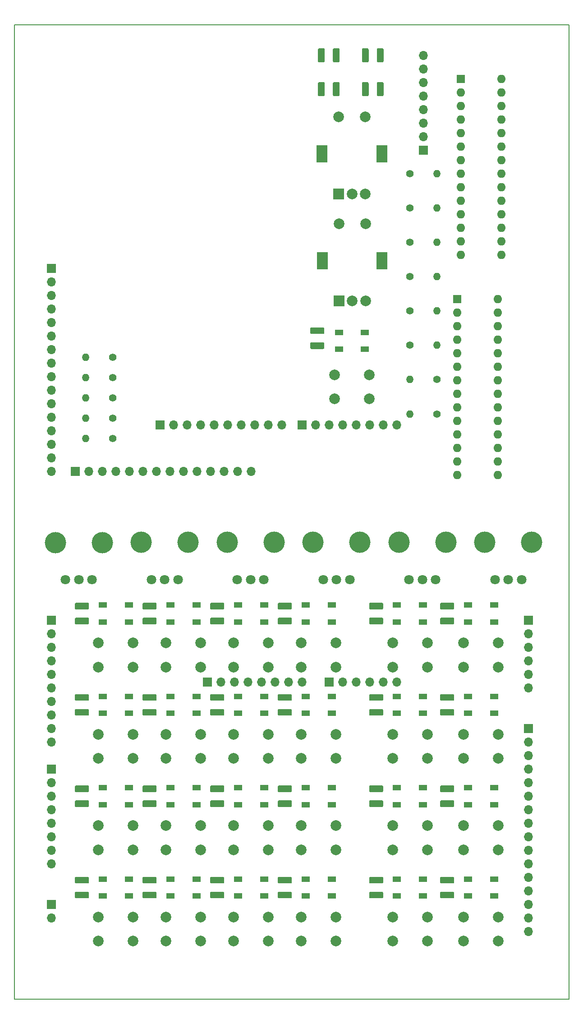
<source format=gbr>
G04 #@! TF.GenerationSoftware,KiCad,Pcbnew,(5.0.0-3-g5ebb6b6)*
G04 #@! TF.CreationDate,2019-07-29T21:46:36+01:00*
G04 #@! TF.ProjectId,DrumMachine-Arduino,4472756D4D616368696E652D41726475,rev?*
G04 #@! TF.SameCoordinates,Original*
G04 #@! TF.FileFunction,Soldermask,Top*
G04 #@! TF.FilePolarity,Negative*
%FSLAX46Y46*%
G04 Gerber Fmt 4.6, Leading zero omitted, Abs format (unit mm)*
G04 Created by KiCad (PCBNEW (5.0.0-3-g5ebb6b6)) date Monday, 29 July 2019 at 21:46:36*
%MOMM*%
%LPD*%
G01*
G04 APERTURE LIST*
%ADD10C,0.150000*%
%ADD11O,1.700000X1.700000*%
%ADD12R,1.700000X1.700000*%
%ADD13R,1.500000X1.000000*%
%ADD14O,1.600000X1.600000*%
%ADD15R,1.600000X1.600000*%
%ADD16O,1.400000X1.400000*%
%ADD17C,1.400000*%
%ADD18C,2.000000*%
%ADD19R,2.000000X2.000000*%
%ADD20R,2.000000X3.200000*%
%ADD21C,1.800000*%
%ADD22C,4.000000*%
%ADD23C,0.100000*%
%ADD24C,1.250000*%
G04 APERTURE END LIST*
D10*
X105918000Y-217805000D02*
X105918000Y-34925000D01*
X210058000Y-217805000D02*
X105918000Y-217805000D01*
X210058000Y-34925000D02*
X210058000Y-217805000D01*
X105918000Y-34925000D02*
X210058000Y-34925000D01*
D11*
G04 #@! TO.C,P2*
X177736000Y-158306000D03*
X175196000Y-158306000D03*
X172656000Y-158306000D03*
X170116000Y-158306000D03*
X167576000Y-158306000D03*
D12*
X165036000Y-158306000D03*
G04 #@! TD*
D11*
G04 #@! TO.C,P1*
X159956000Y-158306000D03*
X157416000Y-158306000D03*
X154876000Y-158306000D03*
X152336000Y-158306000D03*
X149796000Y-158306000D03*
X147256000Y-158306000D03*
X144716000Y-158306000D03*
D12*
X142176000Y-158306000D03*
G04 #@! TD*
G04 #@! TO.C,P4*
X159956000Y-110046000D03*
D11*
X162496000Y-110046000D03*
X165036000Y-110046000D03*
X167576000Y-110046000D03*
X170116000Y-110046000D03*
X172656000Y-110046000D03*
X175196000Y-110046000D03*
X177736000Y-110046000D03*
G04 #@! TD*
G04 #@! TO.C,P3*
X156146000Y-110041000D03*
X153606000Y-110041000D03*
X151066000Y-110041000D03*
X148526000Y-110041000D03*
X145986000Y-110041000D03*
X143446000Y-110041000D03*
X140906000Y-110041000D03*
X138366000Y-110041000D03*
X135826000Y-110041000D03*
D12*
X133286000Y-110041000D03*
G04 #@! TD*
D13*
G04 #@! TO.C,D1*
X127418000Y-147015000D03*
X127418000Y-143815000D03*
X122518000Y-147015000D03*
X122518000Y-143815000D03*
G04 #@! TD*
G04 #@! TO.C,D2*
X140118000Y-147015000D03*
X140118000Y-143815000D03*
X135218000Y-147015000D03*
X135218000Y-143815000D03*
G04 #@! TD*
G04 #@! TO.C,D3*
X152818000Y-147015000D03*
X152818000Y-143815000D03*
X147918000Y-147015000D03*
X147918000Y-143815000D03*
G04 #@! TD*
G04 #@! TO.C,D4*
X165518000Y-147015000D03*
X165518000Y-143815000D03*
X160618000Y-147015000D03*
X160618000Y-143815000D03*
G04 #@! TD*
G04 #@! TO.C,D5*
X127418000Y-164160000D03*
X127418000Y-160960000D03*
X122518000Y-164160000D03*
X122518000Y-160960000D03*
G04 #@! TD*
G04 #@! TO.C,D6*
X140118000Y-164160000D03*
X140118000Y-160960000D03*
X135218000Y-164160000D03*
X135218000Y-160960000D03*
G04 #@! TD*
G04 #@! TO.C,D7*
X152818000Y-164160000D03*
X152818000Y-160960000D03*
X147918000Y-164160000D03*
X147918000Y-160960000D03*
G04 #@! TD*
G04 #@! TO.C,D8*
X165518000Y-164160000D03*
X165518000Y-160960000D03*
X160618000Y-164160000D03*
X160618000Y-160960000D03*
G04 #@! TD*
G04 #@! TO.C,D9*
X127418000Y-181305000D03*
X127418000Y-178105000D03*
X122518000Y-181305000D03*
X122518000Y-178105000D03*
G04 #@! TD*
G04 #@! TO.C,D10*
X140118000Y-181305000D03*
X140118000Y-178105000D03*
X135218000Y-181305000D03*
X135218000Y-178105000D03*
G04 #@! TD*
G04 #@! TO.C,D11*
X152818000Y-181305000D03*
X152818000Y-178105000D03*
X147918000Y-181305000D03*
X147918000Y-178105000D03*
G04 #@! TD*
G04 #@! TO.C,D12*
X165518000Y-181305000D03*
X165518000Y-178105000D03*
X160618000Y-181305000D03*
X160618000Y-178105000D03*
G04 #@! TD*
G04 #@! TO.C,D13*
X127418000Y-198450000D03*
X127418000Y-195250000D03*
X122518000Y-198450000D03*
X122518000Y-195250000D03*
G04 #@! TD*
G04 #@! TO.C,D14*
X140118000Y-198450000D03*
X140118000Y-195250000D03*
X135218000Y-198450000D03*
X135218000Y-195250000D03*
G04 #@! TD*
G04 #@! TO.C,D15*
X152818000Y-198450000D03*
X152818000Y-195250000D03*
X147918000Y-198450000D03*
X147918000Y-195250000D03*
G04 #@! TD*
G04 #@! TO.C,D16*
X165518000Y-198450000D03*
X165518000Y-195250000D03*
X160618000Y-198450000D03*
X160618000Y-195250000D03*
G04 #@! TD*
G04 #@! TO.C,D17*
X182663000Y-147015000D03*
X182663000Y-143815000D03*
X177763000Y-147015000D03*
X177763000Y-143815000D03*
G04 #@! TD*
G04 #@! TO.C,D18*
X182663000Y-164160000D03*
X182663000Y-160960000D03*
X177763000Y-164160000D03*
X177763000Y-160960000D03*
G04 #@! TD*
G04 #@! TO.C,D19*
X182663000Y-181305000D03*
X182663000Y-178105000D03*
X177763000Y-181305000D03*
X177763000Y-178105000D03*
G04 #@! TD*
G04 #@! TO.C,D20*
X182663000Y-198450000D03*
X182663000Y-195250000D03*
X177763000Y-198450000D03*
X177763000Y-195250000D03*
G04 #@! TD*
G04 #@! TO.C,D21*
X195998000Y-147015000D03*
X195998000Y-143815000D03*
X191098000Y-147015000D03*
X191098000Y-143815000D03*
G04 #@! TD*
G04 #@! TO.C,D22*
X195998000Y-164160000D03*
X195998000Y-160960000D03*
X191098000Y-164160000D03*
X191098000Y-160960000D03*
G04 #@! TD*
G04 #@! TO.C,D23*
X195998000Y-181305000D03*
X195998000Y-178105000D03*
X191098000Y-181305000D03*
X191098000Y-178105000D03*
G04 #@! TD*
G04 #@! TO.C,D24*
X195998000Y-198450000D03*
X195998000Y-195250000D03*
X191098000Y-198450000D03*
X191098000Y-195250000D03*
G04 #@! TD*
G04 #@! TO.C,D50*
X171768000Y-95834000D03*
X171768000Y-92634000D03*
X166868000Y-95834000D03*
X166868000Y-92634000D03*
G04 #@! TD*
D14*
G04 #@! TO.C,U1*
X197358000Y-45085000D03*
X189738000Y-78105000D03*
X197358000Y-47625000D03*
X189738000Y-75565000D03*
X197358000Y-50165000D03*
X189738000Y-73025000D03*
X197358000Y-52705000D03*
X189738000Y-70485000D03*
X197358000Y-55245000D03*
X189738000Y-67945000D03*
X197358000Y-57785000D03*
X189738000Y-65405000D03*
X197358000Y-60325000D03*
X189738000Y-62865000D03*
X197358000Y-62865000D03*
X189738000Y-60325000D03*
X197358000Y-65405000D03*
X189738000Y-57785000D03*
X197358000Y-67945000D03*
X189738000Y-55245000D03*
X197358000Y-70485000D03*
X189738000Y-52705000D03*
X197358000Y-73025000D03*
X189738000Y-50165000D03*
X197358000Y-75565000D03*
X189738000Y-47625000D03*
X197358000Y-78105000D03*
D15*
X189738000Y-45085000D03*
G04 #@! TD*
D16*
G04 #@! TO.C,R1*
X119316000Y-97345500D03*
D17*
X124396000Y-97345500D03*
G04 #@! TD*
D16*
G04 #@! TO.C,R2*
X119316000Y-101156000D03*
D17*
X124396000Y-101156000D03*
G04 #@! TD*
D11*
G04 #@! TO.C,J7*
X112903000Y-169545000D03*
X112903000Y-167005000D03*
X112903000Y-164465000D03*
X112903000Y-161925000D03*
X112903000Y-159385000D03*
X112903000Y-156845000D03*
X112903000Y-154305000D03*
X112903000Y-151765000D03*
X112903000Y-149225000D03*
D12*
X112903000Y-146685000D03*
G04 #@! TD*
D11*
G04 #@! TO.C,J8*
X182753000Y-40640000D03*
X182753000Y-43180000D03*
X182753000Y-45720000D03*
X182753000Y-48260000D03*
X182753000Y-50800000D03*
X182753000Y-53340000D03*
X182753000Y-55880000D03*
D12*
X182753000Y-58420000D03*
G04 #@! TD*
D14*
G04 #@! TO.C,U2*
X196723000Y-86360000D03*
X189103000Y-119380000D03*
X196723000Y-88900000D03*
X189103000Y-116840000D03*
X196723000Y-91440000D03*
X189103000Y-114300000D03*
X196723000Y-93980000D03*
X189103000Y-111760000D03*
X196723000Y-96520000D03*
X189103000Y-109220000D03*
X196723000Y-99060000D03*
X189103000Y-106680000D03*
X196723000Y-101600000D03*
X189103000Y-104140000D03*
X196723000Y-104140000D03*
X189103000Y-101600000D03*
X196723000Y-106680000D03*
X189103000Y-99060000D03*
X196723000Y-109220000D03*
X189103000Y-96520000D03*
X196723000Y-111760000D03*
X189103000Y-93980000D03*
X196723000Y-114300000D03*
X189103000Y-91440000D03*
X196723000Y-116840000D03*
X189103000Y-88900000D03*
X196723000Y-119380000D03*
D15*
X189103000Y-86360000D03*
G04 #@! TD*
D18*
G04 #@! TO.C,SW1*
X128218000Y-150945000D03*
X128218000Y-155445000D03*
X121718000Y-150945000D03*
X121718000Y-155445000D03*
G04 #@! TD*
G04 #@! TO.C,SW2*
X140918000Y-150945000D03*
X140918000Y-155445000D03*
X134418000Y-150945000D03*
X134418000Y-155445000D03*
G04 #@! TD*
G04 #@! TO.C,SW3*
X153618000Y-150945000D03*
X153618000Y-155445000D03*
X147118000Y-150945000D03*
X147118000Y-155445000D03*
G04 #@! TD*
G04 #@! TO.C,SW4*
X166318000Y-150945000D03*
X166318000Y-155445000D03*
X159818000Y-150945000D03*
X159818000Y-155445000D03*
G04 #@! TD*
G04 #@! TO.C,SW5*
X128218000Y-168090000D03*
X128218000Y-172590000D03*
X121718000Y-168090000D03*
X121718000Y-172590000D03*
G04 #@! TD*
G04 #@! TO.C,SW6*
X140918000Y-168090000D03*
X140918000Y-172590000D03*
X134418000Y-168090000D03*
X134418000Y-172590000D03*
G04 #@! TD*
G04 #@! TO.C,SW7*
X153618000Y-168090000D03*
X153618000Y-172590000D03*
X147118000Y-168090000D03*
X147118000Y-172590000D03*
G04 #@! TD*
G04 #@! TO.C,SW8*
X166318000Y-168090000D03*
X166318000Y-172590000D03*
X159818000Y-168090000D03*
X159818000Y-172590000D03*
G04 #@! TD*
G04 #@! TO.C,SW9*
X128218000Y-185235000D03*
X128218000Y-189735000D03*
X121718000Y-185235000D03*
X121718000Y-189735000D03*
G04 #@! TD*
G04 #@! TO.C,SW10*
X140918000Y-185235000D03*
X140918000Y-189735000D03*
X134418000Y-185235000D03*
X134418000Y-189735000D03*
G04 #@! TD*
G04 #@! TO.C,SW11*
X153618000Y-185235000D03*
X153618000Y-189735000D03*
X147118000Y-185235000D03*
X147118000Y-189735000D03*
G04 #@! TD*
G04 #@! TO.C,SW12*
X166318000Y-185235000D03*
X166318000Y-189735000D03*
X159818000Y-185235000D03*
X159818000Y-189735000D03*
G04 #@! TD*
G04 #@! TO.C,SW13*
X128218000Y-202380000D03*
X128218000Y-206880000D03*
X121718000Y-202380000D03*
X121718000Y-206880000D03*
G04 #@! TD*
G04 #@! TO.C,SW14*
X140918000Y-202380000D03*
X140918000Y-206880000D03*
X134418000Y-202380000D03*
X134418000Y-206880000D03*
G04 #@! TD*
G04 #@! TO.C,SW15*
X153618000Y-202380000D03*
X153618000Y-206880000D03*
X147118000Y-202380000D03*
X147118000Y-206880000D03*
G04 #@! TD*
G04 #@! TO.C,SW16*
X166318000Y-202380000D03*
X166318000Y-206880000D03*
X159818000Y-202380000D03*
X159818000Y-206880000D03*
G04 #@! TD*
G04 #@! TO.C,SW17*
X183463000Y-150945000D03*
X183463000Y-155445000D03*
X176963000Y-150945000D03*
X176963000Y-155445000D03*
G04 #@! TD*
G04 #@! TO.C,SW18*
X183463000Y-168090000D03*
X183463000Y-172590000D03*
X176963000Y-168090000D03*
X176963000Y-172590000D03*
G04 #@! TD*
G04 #@! TO.C,SW19*
X183463000Y-185235000D03*
X183463000Y-189735000D03*
X176963000Y-185235000D03*
X176963000Y-189735000D03*
G04 #@! TD*
G04 #@! TO.C,SW20*
X183463000Y-202380000D03*
X183463000Y-206880000D03*
X176963000Y-202380000D03*
X176963000Y-206880000D03*
G04 #@! TD*
G04 #@! TO.C,SW21*
X196798000Y-150945000D03*
X196798000Y-155445000D03*
X190298000Y-150945000D03*
X190298000Y-155445000D03*
G04 #@! TD*
G04 #@! TO.C,SW22*
X196798000Y-168090000D03*
X196798000Y-172590000D03*
X190298000Y-168090000D03*
X190298000Y-172590000D03*
G04 #@! TD*
G04 #@! TO.C,SW23*
X196798000Y-185235000D03*
X196798000Y-189735000D03*
X190298000Y-185235000D03*
X190298000Y-189735000D03*
G04 #@! TD*
G04 #@! TO.C,SW24*
X196798000Y-202380000D03*
X196798000Y-206880000D03*
X190298000Y-202380000D03*
X190298000Y-206880000D03*
G04 #@! TD*
G04 #@! TO.C,SW25*
X172568000Y-100584000D03*
X172568000Y-105084000D03*
X166068000Y-100584000D03*
X166068000Y-105084000D03*
G04 #@! TD*
D19*
G04 #@! TO.C,SW26*
X166878000Y-86741000D03*
D18*
X169378000Y-86741000D03*
X171878000Y-86741000D03*
D20*
X163778000Y-79241000D03*
X174978000Y-79241000D03*
D18*
X166878000Y-72241000D03*
X171878000Y-72241000D03*
G04 #@! TD*
D19*
G04 #@! TO.C,SW27*
X166818000Y-66675000D03*
D18*
X169318000Y-66675000D03*
X171818000Y-66675000D03*
D20*
X163718000Y-59175000D03*
X174918000Y-59175000D03*
D18*
X166818000Y-52175000D03*
X171818000Y-52175000D03*
G04 #@! TD*
D21*
G04 #@! TO.C,RV1*
X115528000Y-139080000D03*
X118028000Y-139080000D03*
X120528000Y-139080000D03*
D22*
X113628000Y-132080000D03*
X122428000Y-132080000D03*
G04 #@! TD*
D21*
G04 #@! TO.C,RV2*
X131656000Y-139065000D03*
X134156000Y-139065000D03*
X136656000Y-139065000D03*
D22*
X129756000Y-132065000D03*
X138556000Y-132065000D03*
G04 #@! TD*
D21*
G04 #@! TO.C,RV3*
X147784000Y-139065000D03*
X150284000Y-139065000D03*
X152784000Y-139065000D03*
D22*
X145884000Y-132065000D03*
X154684000Y-132065000D03*
G04 #@! TD*
D21*
G04 #@! TO.C,RV4*
X163912000Y-139065000D03*
X166412000Y-139065000D03*
X168912000Y-139065000D03*
D22*
X162012000Y-132065000D03*
X170812000Y-132065000D03*
G04 #@! TD*
D21*
G04 #@! TO.C,RV5*
X180040000Y-139065000D03*
X182540000Y-139065000D03*
X185040000Y-139065000D03*
D22*
X178140000Y-132065000D03*
X186940000Y-132065000D03*
G04 #@! TD*
D21*
G04 #@! TO.C,RV6*
X196168000Y-139065000D03*
X198668000Y-139065000D03*
X201168000Y-139065000D03*
D22*
X194268000Y-132065000D03*
X203068000Y-132065000D03*
G04 #@! TD*
D11*
G04 #@! TO.C,J1*
X112903000Y-118745000D03*
X112903000Y-116205000D03*
X112903000Y-113665000D03*
X112903000Y-111125000D03*
X112903000Y-108585000D03*
X112903000Y-106045000D03*
X112903000Y-103505000D03*
X112903000Y-100965000D03*
X112903000Y-98425000D03*
X112903000Y-95885000D03*
X112903000Y-93345000D03*
X112903000Y-90805000D03*
X112903000Y-88265000D03*
X112903000Y-85725000D03*
X112903000Y-83185000D03*
D12*
X112903000Y-80645000D03*
G04 #@! TD*
G04 #@! TO.C,J2*
X112903000Y-200025000D03*
D11*
X112903000Y-202565000D03*
G04 #@! TD*
D12*
G04 #@! TO.C,J3*
X202438000Y-167005000D03*
D11*
X202438000Y-169545000D03*
X202438000Y-172085000D03*
X202438000Y-174625000D03*
X202438000Y-177165000D03*
X202438000Y-179705000D03*
X202438000Y-182245000D03*
X202438000Y-184785000D03*
X202438000Y-187325000D03*
X202438000Y-189865000D03*
X202438000Y-192405000D03*
X202438000Y-194945000D03*
X202438000Y-197485000D03*
X202438000Y-200025000D03*
X202438000Y-202565000D03*
X202438000Y-205105000D03*
G04 #@! TD*
D12*
G04 #@! TO.C,J4*
X112903000Y-174625000D03*
D11*
X112903000Y-177165000D03*
X112903000Y-179705000D03*
X112903000Y-182245000D03*
X112903000Y-184785000D03*
X112903000Y-187325000D03*
X112903000Y-189865000D03*
X112903000Y-192405000D03*
G04 #@! TD*
D12*
G04 #@! TO.C,J5*
X202438000Y-146685000D03*
D11*
X202438000Y-149225000D03*
X202438000Y-151765000D03*
X202438000Y-154305000D03*
X202438000Y-156845000D03*
X202438000Y-159385000D03*
G04 #@! TD*
D12*
G04 #@! TO.C,J6*
X117348000Y-118745000D03*
D11*
X119888000Y-118745000D03*
X122428000Y-118745000D03*
X124968000Y-118745000D03*
X127508000Y-118745000D03*
X130048000Y-118745000D03*
X132588000Y-118745000D03*
X135128000Y-118745000D03*
X137668000Y-118745000D03*
X140208000Y-118745000D03*
X142748000Y-118745000D03*
X145288000Y-118745000D03*
X147828000Y-118745000D03*
X150368000Y-118745000D03*
G04 #@! TD*
D17*
G04 #@! TO.C,R3*
X124396000Y-104966000D03*
D16*
X119316000Y-104966000D03*
G04 #@! TD*
G04 #@! TO.C,R4*
X119316000Y-108776000D03*
D17*
X124396000Y-108776000D03*
G04 #@! TD*
D23*
G04 #@! TO.C,C1*
G36*
X119717504Y-146191204D02*
X119741773Y-146194804D01*
X119765571Y-146200765D01*
X119788671Y-146209030D01*
X119810849Y-146219520D01*
X119831893Y-146232133D01*
X119851598Y-146246747D01*
X119869777Y-146263223D01*
X119886253Y-146281402D01*
X119900867Y-146301107D01*
X119913480Y-146322151D01*
X119923970Y-146344329D01*
X119932235Y-146367429D01*
X119938196Y-146391227D01*
X119941796Y-146415496D01*
X119943000Y-146440000D01*
X119943000Y-147190000D01*
X119941796Y-147214504D01*
X119938196Y-147238773D01*
X119932235Y-147262571D01*
X119923970Y-147285671D01*
X119913480Y-147307849D01*
X119900867Y-147328893D01*
X119886253Y-147348598D01*
X119869777Y-147366777D01*
X119851598Y-147383253D01*
X119831893Y-147397867D01*
X119810849Y-147410480D01*
X119788671Y-147420970D01*
X119765571Y-147429235D01*
X119741773Y-147435196D01*
X119717504Y-147438796D01*
X119693000Y-147440000D01*
X117543000Y-147440000D01*
X117518496Y-147438796D01*
X117494227Y-147435196D01*
X117470429Y-147429235D01*
X117447329Y-147420970D01*
X117425151Y-147410480D01*
X117404107Y-147397867D01*
X117384402Y-147383253D01*
X117366223Y-147366777D01*
X117349747Y-147348598D01*
X117335133Y-147328893D01*
X117322520Y-147307849D01*
X117312030Y-147285671D01*
X117303765Y-147262571D01*
X117297804Y-147238773D01*
X117294204Y-147214504D01*
X117293000Y-147190000D01*
X117293000Y-146440000D01*
X117294204Y-146415496D01*
X117297804Y-146391227D01*
X117303765Y-146367429D01*
X117312030Y-146344329D01*
X117322520Y-146322151D01*
X117335133Y-146301107D01*
X117349747Y-146281402D01*
X117366223Y-146263223D01*
X117384402Y-146246747D01*
X117404107Y-146232133D01*
X117425151Y-146219520D01*
X117447329Y-146209030D01*
X117470429Y-146200765D01*
X117494227Y-146194804D01*
X117518496Y-146191204D01*
X117543000Y-146190000D01*
X119693000Y-146190000D01*
X119717504Y-146191204D01*
X119717504Y-146191204D01*
G37*
D24*
X118618000Y-146815000D03*
D23*
G36*
X119717504Y-143391204D02*
X119741773Y-143394804D01*
X119765571Y-143400765D01*
X119788671Y-143409030D01*
X119810849Y-143419520D01*
X119831893Y-143432133D01*
X119851598Y-143446747D01*
X119869777Y-143463223D01*
X119886253Y-143481402D01*
X119900867Y-143501107D01*
X119913480Y-143522151D01*
X119923970Y-143544329D01*
X119932235Y-143567429D01*
X119938196Y-143591227D01*
X119941796Y-143615496D01*
X119943000Y-143640000D01*
X119943000Y-144390000D01*
X119941796Y-144414504D01*
X119938196Y-144438773D01*
X119932235Y-144462571D01*
X119923970Y-144485671D01*
X119913480Y-144507849D01*
X119900867Y-144528893D01*
X119886253Y-144548598D01*
X119869777Y-144566777D01*
X119851598Y-144583253D01*
X119831893Y-144597867D01*
X119810849Y-144610480D01*
X119788671Y-144620970D01*
X119765571Y-144629235D01*
X119741773Y-144635196D01*
X119717504Y-144638796D01*
X119693000Y-144640000D01*
X117543000Y-144640000D01*
X117518496Y-144638796D01*
X117494227Y-144635196D01*
X117470429Y-144629235D01*
X117447329Y-144620970D01*
X117425151Y-144610480D01*
X117404107Y-144597867D01*
X117384402Y-144583253D01*
X117366223Y-144566777D01*
X117349747Y-144548598D01*
X117335133Y-144528893D01*
X117322520Y-144507849D01*
X117312030Y-144485671D01*
X117303765Y-144462571D01*
X117297804Y-144438773D01*
X117294204Y-144414504D01*
X117293000Y-144390000D01*
X117293000Y-143640000D01*
X117294204Y-143615496D01*
X117297804Y-143591227D01*
X117303765Y-143567429D01*
X117312030Y-143544329D01*
X117322520Y-143522151D01*
X117335133Y-143501107D01*
X117349747Y-143481402D01*
X117366223Y-143463223D01*
X117384402Y-143446747D01*
X117404107Y-143432133D01*
X117425151Y-143419520D01*
X117447329Y-143409030D01*
X117470429Y-143400765D01*
X117494227Y-143394804D01*
X117518496Y-143391204D01*
X117543000Y-143390000D01*
X119693000Y-143390000D01*
X119717504Y-143391204D01*
X119717504Y-143391204D01*
G37*
D24*
X118618000Y-144015000D03*
G04 #@! TD*
D23*
G04 #@! TO.C,C2*
G36*
X132417504Y-146191204D02*
X132441773Y-146194804D01*
X132465571Y-146200765D01*
X132488671Y-146209030D01*
X132510849Y-146219520D01*
X132531893Y-146232133D01*
X132551598Y-146246747D01*
X132569777Y-146263223D01*
X132586253Y-146281402D01*
X132600867Y-146301107D01*
X132613480Y-146322151D01*
X132623970Y-146344329D01*
X132632235Y-146367429D01*
X132638196Y-146391227D01*
X132641796Y-146415496D01*
X132643000Y-146440000D01*
X132643000Y-147190000D01*
X132641796Y-147214504D01*
X132638196Y-147238773D01*
X132632235Y-147262571D01*
X132623970Y-147285671D01*
X132613480Y-147307849D01*
X132600867Y-147328893D01*
X132586253Y-147348598D01*
X132569777Y-147366777D01*
X132551598Y-147383253D01*
X132531893Y-147397867D01*
X132510849Y-147410480D01*
X132488671Y-147420970D01*
X132465571Y-147429235D01*
X132441773Y-147435196D01*
X132417504Y-147438796D01*
X132393000Y-147440000D01*
X130243000Y-147440000D01*
X130218496Y-147438796D01*
X130194227Y-147435196D01*
X130170429Y-147429235D01*
X130147329Y-147420970D01*
X130125151Y-147410480D01*
X130104107Y-147397867D01*
X130084402Y-147383253D01*
X130066223Y-147366777D01*
X130049747Y-147348598D01*
X130035133Y-147328893D01*
X130022520Y-147307849D01*
X130012030Y-147285671D01*
X130003765Y-147262571D01*
X129997804Y-147238773D01*
X129994204Y-147214504D01*
X129993000Y-147190000D01*
X129993000Y-146440000D01*
X129994204Y-146415496D01*
X129997804Y-146391227D01*
X130003765Y-146367429D01*
X130012030Y-146344329D01*
X130022520Y-146322151D01*
X130035133Y-146301107D01*
X130049747Y-146281402D01*
X130066223Y-146263223D01*
X130084402Y-146246747D01*
X130104107Y-146232133D01*
X130125151Y-146219520D01*
X130147329Y-146209030D01*
X130170429Y-146200765D01*
X130194227Y-146194804D01*
X130218496Y-146191204D01*
X130243000Y-146190000D01*
X132393000Y-146190000D01*
X132417504Y-146191204D01*
X132417504Y-146191204D01*
G37*
D24*
X131318000Y-146815000D03*
D23*
G36*
X132417504Y-143391204D02*
X132441773Y-143394804D01*
X132465571Y-143400765D01*
X132488671Y-143409030D01*
X132510849Y-143419520D01*
X132531893Y-143432133D01*
X132551598Y-143446747D01*
X132569777Y-143463223D01*
X132586253Y-143481402D01*
X132600867Y-143501107D01*
X132613480Y-143522151D01*
X132623970Y-143544329D01*
X132632235Y-143567429D01*
X132638196Y-143591227D01*
X132641796Y-143615496D01*
X132643000Y-143640000D01*
X132643000Y-144390000D01*
X132641796Y-144414504D01*
X132638196Y-144438773D01*
X132632235Y-144462571D01*
X132623970Y-144485671D01*
X132613480Y-144507849D01*
X132600867Y-144528893D01*
X132586253Y-144548598D01*
X132569777Y-144566777D01*
X132551598Y-144583253D01*
X132531893Y-144597867D01*
X132510849Y-144610480D01*
X132488671Y-144620970D01*
X132465571Y-144629235D01*
X132441773Y-144635196D01*
X132417504Y-144638796D01*
X132393000Y-144640000D01*
X130243000Y-144640000D01*
X130218496Y-144638796D01*
X130194227Y-144635196D01*
X130170429Y-144629235D01*
X130147329Y-144620970D01*
X130125151Y-144610480D01*
X130104107Y-144597867D01*
X130084402Y-144583253D01*
X130066223Y-144566777D01*
X130049747Y-144548598D01*
X130035133Y-144528893D01*
X130022520Y-144507849D01*
X130012030Y-144485671D01*
X130003765Y-144462571D01*
X129997804Y-144438773D01*
X129994204Y-144414504D01*
X129993000Y-144390000D01*
X129993000Y-143640000D01*
X129994204Y-143615496D01*
X129997804Y-143591227D01*
X130003765Y-143567429D01*
X130012030Y-143544329D01*
X130022520Y-143522151D01*
X130035133Y-143501107D01*
X130049747Y-143481402D01*
X130066223Y-143463223D01*
X130084402Y-143446747D01*
X130104107Y-143432133D01*
X130125151Y-143419520D01*
X130147329Y-143409030D01*
X130170429Y-143400765D01*
X130194227Y-143394804D01*
X130218496Y-143391204D01*
X130243000Y-143390000D01*
X132393000Y-143390000D01*
X132417504Y-143391204D01*
X132417504Y-143391204D01*
G37*
D24*
X131318000Y-144015000D03*
G04 #@! TD*
D23*
G04 #@! TO.C,C3*
G36*
X145117504Y-146191204D02*
X145141773Y-146194804D01*
X145165571Y-146200765D01*
X145188671Y-146209030D01*
X145210849Y-146219520D01*
X145231893Y-146232133D01*
X145251598Y-146246747D01*
X145269777Y-146263223D01*
X145286253Y-146281402D01*
X145300867Y-146301107D01*
X145313480Y-146322151D01*
X145323970Y-146344329D01*
X145332235Y-146367429D01*
X145338196Y-146391227D01*
X145341796Y-146415496D01*
X145343000Y-146440000D01*
X145343000Y-147190000D01*
X145341796Y-147214504D01*
X145338196Y-147238773D01*
X145332235Y-147262571D01*
X145323970Y-147285671D01*
X145313480Y-147307849D01*
X145300867Y-147328893D01*
X145286253Y-147348598D01*
X145269777Y-147366777D01*
X145251598Y-147383253D01*
X145231893Y-147397867D01*
X145210849Y-147410480D01*
X145188671Y-147420970D01*
X145165571Y-147429235D01*
X145141773Y-147435196D01*
X145117504Y-147438796D01*
X145093000Y-147440000D01*
X142943000Y-147440000D01*
X142918496Y-147438796D01*
X142894227Y-147435196D01*
X142870429Y-147429235D01*
X142847329Y-147420970D01*
X142825151Y-147410480D01*
X142804107Y-147397867D01*
X142784402Y-147383253D01*
X142766223Y-147366777D01*
X142749747Y-147348598D01*
X142735133Y-147328893D01*
X142722520Y-147307849D01*
X142712030Y-147285671D01*
X142703765Y-147262571D01*
X142697804Y-147238773D01*
X142694204Y-147214504D01*
X142693000Y-147190000D01*
X142693000Y-146440000D01*
X142694204Y-146415496D01*
X142697804Y-146391227D01*
X142703765Y-146367429D01*
X142712030Y-146344329D01*
X142722520Y-146322151D01*
X142735133Y-146301107D01*
X142749747Y-146281402D01*
X142766223Y-146263223D01*
X142784402Y-146246747D01*
X142804107Y-146232133D01*
X142825151Y-146219520D01*
X142847329Y-146209030D01*
X142870429Y-146200765D01*
X142894227Y-146194804D01*
X142918496Y-146191204D01*
X142943000Y-146190000D01*
X145093000Y-146190000D01*
X145117504Y-146191204D01*
X145117504Y-146191204D01*
G37*
D24*
X144018000Y-146815000D03*
D23*
G36*
X145117504Y-143391204D02*
X145141773Y-143394804D01*
X145165571Y-143400765D01*
X145188671Y-143409030D01*
X145210849Y-143419520D01*
X145231893Y-143432133D01*
X145251598Y-143446747D01*
X145269777Y-143463223D01*
X145286253Y-143481402D01*
X145300867Y-143501107D01*
X145313480Y-143522151D01*
X145323970Y-143544329D01*
X145332235Y-143567429D01*
X145338196Y-143591227D01*
X145341796Y-143615496D01*
X145343000Y-143640000D01*
X145343000Y-144390000D01*
X145341796Y-144414504D01*
X145338196Y-144438773D01*
X145332235Y-144462571D01*
X145323970Y-144485671D01*
X145313480Y-144507849D01*
X145300867Y-144528893D01*
X145286253Y-144548598D01*
X145269777Y-144566777D01*
X145251598Y-144583253D01*
X145231893Y-144597867D01*
X145210849Y-144610480D01*
X145188671Y-144620970D01*
X145165571Y-144629235D01*
X145141773Y-144635196D01*
X145117504Y-144638796D01*
X145093000Y-144640000D01*
X142943000Y-144640000D01*
X142918496Y-144638796D01*
X142894227Y-144635196D01*
X142870429Y-144629235D01*
X142847329Y-144620970D01*
X142825151Y-144610480D01*
X142804107Y-144597867D01*
X142784402Y-144583253D01*
X142766223Y-144566777D01*
X142749747Y-144548598D01*
X142735133Y-144528893D01*
X142722520Y-144507849D01*
X142712030Y-144485671D01*
X142703765Y-144462571D01*
X142697804Y-144438773D01*
X142694204Y-144414504D01*
X142693000Y-144390000D01*
X142693000Y-143640000D01*
X142694204Y-143615496D01*
X142697804Y-143591227D01*
X142703765Y-143567429D01*
X142712030Y-143544329D01*
X142722520Y-143522151D01*
X142735133Y-143501107D01*
X142749747Y-143481402D01*
X142766223Y-143463223D01*
X142784402Y-143446747D01*
X142804107Y-143432133D01*
X142825151Y-143419520D01*
X142847329Y-143409030D01*
X142870429Y-143400765D01*
X142894227Y-143394804D01*
X142918496Y-143391204D01*
X142943000Y-143390000D01*
X145093000Y-143390000D01*
X145117504Y-143391204D01*
X145117504Y-143391204D01*
G37*
D24*
X144018000Y-144015000D03*
G04 #@! TD*
D23*
G04 #@! TO.C,C4*
G36*
X157817504Y-143391204D02*
X157841773Y-143394804D01*
X157865571Y-143400765D01*
X157888671Y-143409030D01*
X157910849Y-143419520D01*
X157931893Y-143432133D01*
X157951598Y-143446747D01*
X157969777Y-143463223D01*
X157986253Y-143481402D01*
X158000867Y-143501107D01*
X158013480Y-143522151D01*
X158023970Y-143544329D01*
X158032235Y-143567429D01*
X158038196Y-143591227D01*
X158041796Y-143615496D01*
X158043000Y-143640000D01*
X158043000Y-144390000D01*
X158041796Y-144414504D01*
X158038196Y-144438773D01*
X158032235Y-144462571D01*
X158023970Y-144485671D01*
X158013480Y-144507849D01*
X158000867Y-144528893D01*
X157986253Y-144548598D01*
X157969777Y-144566777D01*
X157951598Y-144583253D01*
X157931893Y-144597867D01*
X157910849Y-144610480D01*
X157888671Y-144620970D01*
X157865571Y-144629235D01*
X157841773Y-144635196D01*
X157817504Y-144638796D01*
X157793000Y-144640000D01*
X155643000Y-144640000D01*
X155618496Y-144638796D01*
X155594227Y-144635196D01*
X155570429Y-144629235D01*
X155547329Y-144620970D01*
X155525151Y-144610480D01*
X155504107Y-144597867D01*
X155484402Y-144583253D01*
X155466223Y-144566777D01*
X155449747Y-144548598D01*
X155435133Y-144528893D01*
X155422520Y-144507849D01*
X155412030Y-144485671D01*
X155403765Y-144462571D01*
X155397804Y-144438773D01*
X155394204Y-144414504D01*
X155393000Y-144390000D01*
X155393000Y-143640000D01*
X155394204Y-143615496D01*
X155397804Y-143591227D01*
X155403765Y-143567429D01*
X155412030Y-143544329D01*
X155422520Y-143522151D01*
X155435133Y-143501107D01*
X155449747Y-143481402D01*
X155466223Y-143463223D01*
X155484402Y-143446747D01*
X155504107Y-143432133D01*
X155525151Y-143419520D01*
X155547329Y-143409030D01*
X155570429Y-143400765D01*
X155594227Y-143394804D01*
X155618496Y-143391204D01*
X155643000Y-143390000D01*
X157793000Y-143390000D01*
X157817504Y-143391204D01*
X157817504Y-143391204D01*
G37*
D24*
X156718000Y-144015000D03*
D23*
G36*
X157817504Y-146191204D02*
X157841773Y-146194804D01*
X157865571Y-146200765D01*
X157888671Y-146209030D01*
X157910849Y-146219520D01*
X157931893Y-146232133D01*
X157951598Y-146246747D01*
X157969777Y-146263223D01*
X157986253Y-146281402D01*
X158000867Y-146301107D01*
X158013480Y-146322151D01*
X158023970Y-146344329D01*
X158032235Y-146367429D01*
X158038196Y-146391227D01*
X158041796Y-146415496D01*
X158043000Y-146440000D01*
X158043000Y-147190000D01*
X158041796Y-147214504D01*
X158038196Y-147238773D01*
X158032235Y-147262571D01*
X158023970Y-147285671D01*
X158013480Y-147307849D01*
X158000867Y-147328893D01*
X157986253Y-147348598D01*
X157969777Y-147366777D01*
X157951598Y-147383253D01*
X157931893Y-147397867D01*
X157910849Y-147410480D01*
X157888671Y-147420970D01*
X157865571Y-147429235D01*
X157841773Y-147435196D01*
X157817504Y-147438796D01*
X157793000Y-147440000D01*
X155643000Y-147440000D01*
X155618496Y-147438796D01*
X155594227Y-147435196D01*
X155570429Y-147429235D01*
X155547329Y-147420970D01*
X155525151Y-147410480D01*
X155504107Y-147397867D01*
X155484402Y-147383253D01*
X155466223Y-147366777D01*
X155449747Y-147348598D01*
X155435133Y-147328893D01*
X155422520Y-147307849D01*
X155412030Y-147285671D01*
X155403765Y-147262571D01*
X155397804Y-147238773D01*
X155394204Y-147214504D01*
X155393000Y-147190000D01*
X155393000Y-146440000D01*
X155394204Y-146415496D01*
X155397804Y-146391227D01*
X155403765Y-146367429D01*
X155412030Y-146344329D01*
X155422520Y-146322151D01*
X155435133Y-146301107D01*
X155449747Y-146281402D01*
X155466223Y-146263223D01*
X155484402Y-146246747D01*
X155504107Y-146232133D01*
X155525151Y-146219520D01*
X155547329Y-146209030D01*
X155570429Y-146200765D01*
X155594227Y-146194804D01*
X155618496Y-146191204D01*
X155643000Y-146190000D01*
X157793000Y-146190000D01*
X157817504Y-146191204D01*
X157817504Y-146191204D01*
G37*
D24*
X156718000Y-146815000D03*
G04 #@! TD*
D23*
G04 #@! TO.C,C5*
G36*
X119717504Y-163336204D02*
X119741773Y-163339804D01*
X119765571Y-163345765D01*
X119788671Y-163354030D01*
X119810849Y-163364520D01*
X119831893Y-163377133D01*
X119851598Y-163391747D01*
X119869777Y-163408223D01*
X119886253Y-163426402D01*
X119900867Y-163446107D01*
X119913480Y-163467151D01*
X119923970Y-163489329D01*
X119932235Y-163512429D01*
X119938196Y-163536227D01*
X119941796Y-163560496D01*
X119943000Y-163585000D01*
X119943000Y-164335000D01*
X119941796Y-164359504D01*
X119938196Y-164383773D01*
X119932235Y-164407571D01*
X119923970Y-164430671D01*
X119913480Y-164452849D01*
X119900867Y-164473893D01*
X119886253Y-164493598D01*
X119869777Y-164511777D01*
X119851598Y-164528253D01*
X119831893Y-164542867D01*
X119810849Y-164555480D01*
X119788671Y-164565970D01*
X119765571Y-164574235D01*
X119741773Y-164580196D01*
X119717504Y-164583796D01*
X119693000Y-164585000D01*
X117543000Y-164585000D01*
X117518496Y-164583796D01*
X117494227Y-164580196D01*
X117470429Y-164574235D01*
X117447329Y-164565970D01*
X117425151Y-164555480D01*
X117404107Y-164542867D01*
X117384402Y-164528253D01*
X117366223Y-164511777D01*
X117349747Y-164493598D01*
X117335133Y-164473893D01*
X117322520Y-164452849D01*
X117312030Y-164430671D01*
X117303765Y-164407571D01*
X117297804Y-164383773D01*
X117294204Y-164359504D01*
X117293000Y-164335000D01*
X117293000Y-163585000D01*
X117294204Y-163560496D01*
X117297804Y-163536227D01*
X117303765Y-163512429D01*
X117312030Y-163489329D01*
X117322520Y-163467151D01*
X117335133Y-163446107D01*
X117349747Y-163426402D01*
X117366223Y-163408223D01*
X117384402Y-163391747D01*
X117404107Y-163377133D01*
X117425151Y-163364520D01*
X117447329Y-163354030D01*
X117470429Y-163345765D01*
X117494227Y-163339804D01*
X117518496Y-163336204D01*
X117543000Y-163335000D01*
X119693000Y-163335000D01*
X119717504Y-163336204D01*
X119717504Y-163336204D01*
G37*
D24*
X118618000Y-163960000D03*
D23*
G36*
X119717504Y-160536204D02*
X119741773Y-160539804D01*
X119765571Y-160545765D01*
X119788671Y-160554030D01*
X119810849Y-160564520D01*
X119831893Y-160577133D01*
X119851598Y-160591747D01*
X119869777Y-160608223D01*
X119886253Y-160626402D01*
X119900867Y-160646107D01*
X119913480Y-160667151D01*
X119923970Y-160689329D01*
X119932235Y-160712429D01*
X119938196Y-160736227D01*
X119941796Y-160760496D01*
X119943000Y-160785000D01*
X119943000Y-161535000D01*
X119941796Y-161559504D01*
X119938196Y-161583773D01*
X119932235Y-161607571D01*
X119923970Y-161630671D01*
X119913480Y-161652849D01*
X119900867Y-161673893D01*
X119886253Y-161693598D01*
X119869777Y-161711777D01*
X119851598Y-161728253D01*
X119831893Y-161742867D01*
X119810849Y-161755480D01*
X119788671Y-161765970D01*
X119765571Y-161774235D01*
X119741773Y-161780196D01*
X119717504Y-161783796D01*
X119693000Y-161785000D01*
X117543000Y-161785000D01*
X117518496Y-161783796D01*
X117494227Y-161780196D01*
X117470429Y-161774235D01*
X117447329Y-161765970D01*
X117425151Y-161755480D01*
X117404107Y-161742867D01*
X117384402Y-161728253D01*
X117366223Y-161711777D01*
X117349747Y-161693598D01*
X117335133Y-161673893D01*
X117322520Y-161652849D01*
X117312030Y-161630671D01*
X117303765Y-161607571D01*
X117297804Y-161583773D01*
X117294204Y-161559504D01*
X117293000Y-161535000D01*
X117293000Y-160785000D01*
X117294204Y-160760496D01*
X117297804Y-160736227D01*
X117303765Y-160712429D01*
X117312030Y-160689329D01*
X117322520Y-160667151D01*
X117335133Y-160646107D01*
X117349747Y-160626402D01*
X117366223Y-160608223D01*
X117384402Y-160591747D01*
X117404107Y-160577133D01*
X117425151Y-160564520D01*
X117447329Y-160554030D01*
X117470429Y-160545765D01*
X117494227Y-160539804D01*
X117518496Y-160536204D01*
X117543000Y-160535000D01*
X119693000Y-160535000D01*
X119717504Y-160536204D01*
X119717504Y-160536204D01*
G37*
D24*
X118618000Y-161160000D03*
G04 #@! TD*
D23*
G04 #@! TO.C,C6*
G36*
X132417504Y-163336204D02*
X132441773Y-163339804D01*
X132465571Y-163345765D01*
X132488671Y-163354030D01*
X132510849Y-163364520D01*
X132531893Y-163377133D01*
X132551598Y-163391747D01*
X132569777Y-163408223D01*
X132586253Y-163426402D01*
X132600867Y-163446107D01*
X132613480Y-163467151D01*
X132623970Y-163489329D01*
X132632235Y-163512429D01*
X132638196Y-163536227D01*
X132641796Y-163560496D01*
X132643000Y-163585000D01*
X132643000Y-164335000D01*
X132641796Y-164359504D01*
X132638196Y-164383773D01*
X132632235Y-164407571D01*
X132623970Y-164430671D01*
X132613480Y-164452849D01*
X132600867Y-164473893D01*
X132586253Y-164493598D01*
X132569777Y-164511777D01*
X132551598Y-164528253D01*
X132531893Y-164542867D01*
X132510849Y-164555480D01*
X132488671Y-164565970D01*
X132465571Y-164574235D01*
X132441773Y-164580196D01*
X132417504Y-164583796D01*
X132393000Y-164585000D01*
X130243000Y-164585000D01*
X130218496Y-164583796D01*
X130194227Y-164580196D01*
X130170429Y-164574235D01*
X130147329Y-164565970D01*
X130125151Y-164555480D01*
X130104107Y-164542867D01*
X130084402Y-164528253D01*
X130066223Y-164511777D01*
X130049747Y-164493598D01*
X130035133Y-164473893D01*
X130022520Y-164452849D01*
X130012030Y-164430671D01*
X130003765Y-164407571D01*
X129997804Y-164383773D01*
X129994204Y-164359504D01*
X129993000Y-164335000D01*
X129993000Y-163585000D01*
X129994204Y-163560496D01*
X129997804Y-163536227D01*
X130003765Y-163512429D01*
X130012030Y-163489329D01*
X130022520Y-163467151D01*
X130035133Y-163446107D01*
X130049747Y-163426402D01*
X130066223Y-163408223D01*
X130084402Y-163391747D01*
X130104107Y-163377133D01*
X130125151Y-163364520D01*
X130147329Y-163354030D01*
X130170429Y-163345765D01*
X130194227Y-163339804D01*
X130218496Y-163336204D01*
X130243000Y-163335000D01*
X132393000Y-163335000D01*
X132417504Y-163336204D01*
X132417504Y-163336204D01*
G37*
D24*
X131318000Y-163960000D03*
D23*
G36*
X132417504Y-160536204D02*
X132441773Y-160539804D01*
X132465571Y-160545765D01*
X132488671Y-160554030D01*
X132510849Y-160564520D01*
X132531893Y-160577133D01*
X132551598Y-160591747D01*
X132569777Y-160608223D01*
X132586253Y-160626402D01*
X132600867Y-160646107D01*
X132613480Y-160667151D01*
X132623970Y-160689329D01*
X132632235Y-160712429D01*
X132638196Y-160736227D01*
X132641796Y-160760496D01*
X132643000Y-160785000D01*
X132643000Y-161535000D01*
X132641796Y-161559504D01*
X132638196Y-161583773D01*
X132632235Y-161607571D01*
X132623970Y-161630671D01*
X132613480Y-161652849D01*
X132600867Y-161673893D01*
X132586253Y-161693598D01*
X132569777Y-161711777D01*
X132551598Y-161728253D01*
X132531893Y-161742867D01*
X132510849Y-161755480D01*
X132488671Y-161765970D01*
X132465571Y-161774235D01*
X132441773Y-161780196D01*
X132417504Y-161783796D01*
X132393000Y-161785000D01*
X130243000Y-161785000D01*
X130218496Y-161783796D01*
X130194227Y-161780196D01*
X130170429Y-161774235D01*
X130147329Y-161765970D01*
X130125151Y-161755480D01*
X130104107Y-161742867D01*
X130084402Y-161728253D01*
X130066223Y-161711777D01*
X130049747Y-161693598D01*
X130035133Y-161673893D01*
X130022520Y-161652849D01*
X130012030Y-161630671D01*
X130003765Y-161607571D01*
X129997804Y-161583773D01*
X129994204Y-161559504D01*
X129993000Y-161535000D01*
X129993000Y-160785000D01*
X129994204Y-160760496D01*
X129997804Y-160736227D01*
X130003765Y-160712429D01*
X130012030Y-160689329D01*
X130022520Y-160667151D01*
X130035133Y-160646107D01*
X130049747Y-160626402D01*
X130066223Y-160608223D01*
X130084402Y-160591747D01*
X130104107Y-160577133D01*
X130125151Y-160564520D01*
X130147329Y-160554030D01*
X130170429Y-160545765D01*
X130194227Y-160539804D01*
X130218496Y-160536204D01*
X130243000Y-160535000D01*
X132393000Y-160535000D01*
X132417504Y-160536204D01*
X132417504Y-160536204D01*
G37*
D24*
X131318000Y-161160000D03*
G04 #@! TD*
D23*
G04 #@! TO.C,C7*
G36*
X145117504Y-160536204D02*
X145141773Y-160539804D01*
X145165571Y-160545765D01*
X145188671Y-160554030D01*
X145210849Y-160564520D01*
X145231893Y-160577133D01*
X145251598Y-160591747D01*
X145269777Y-160608223D01*
X145286253Y-160626402D01*
X145300867Y-160646107D01*
X145313480Y-160667151D01*
X145323970Y-160689329D01*
X145332235Y-160712429D01*
X145338196Y-160736227D01*
X145341796Y-160760496D01*
X145343000Y-160785000D01*
X145343000Y-161535000D01*
X145341796Y-161559504D01*
X145338196Y-161583773D01*
X145332235Y-161607571D01*
X145323970Y-161630671D01*
X145313480Y-161652849D01*
X145300867Y-161673893D01*
X145286253Y-161693598D01*
X145269777Y-161711777D01*
X145251598Y-161728253D01*
X145231893Y-161742867D01*
X145210849Y-161755480D01*
X145188671Y-161765970D01*
X145165571Y-161774235D01*
X145141773Y-161780196D01*
X145117504Y-161783796D01*
X145093000Y-161785000D01*
X142943000Y-161785000D01*
X142918496Y-161783796D01*
X142894227Y-161780196D01*
X142870429Y-161774235D01*
X142847329Y-161765970D01*
X142825151Y-161755480D01*
X142804107Y-161742867D01*
X142784402Y-161728253D01*
X142766223Y-161711777D01*
X142749747Y-161693598D01*
X142735133Y-161673893D01*
X142722520Y-161652849D01*
X142712030Y-161630671D01*
X142703765Y-161607571D01*
X142697804Y-161583773D01*
X142694204Y-161559504D01*
X142693000Y-161535000D01*
X142693000Y-160785000D01*
X142694204Y-160760496D01*
X142697804Y-160736227D01*
X142703765Y-160712429D01*
X142712030Y-160689329D01*
X142722520Y-160667151D01*
X142735133Y-160646107D01*
X142749747Y-160626402D01*
X142766223Y-160608223D01*
X142784402Y-160591747D01*
X142804107Y-160577133D01*
X142825151Y-160564520D01*
X142847329Y-160554030D01*
X142870429Y-160545765D01*
X142894227Y-160539804D01*
X142918496Y-160536204D01*
X142943000Y-160535000D01*
X145093000Y-160535000D01*
X145117504Y-160536204D01*
X145117504Y-160536204D01*
G37*
D24*
X144018000Y-161160000D03*
D23*
G36*
X145117504Y-163336204D02*
X145141773Y-163339804D01*
X145165571Y-163345765D01*
X145188671Y-163354030D01*
X145210849Y-163364520D01*
X145231893Y-163377133D01*
X145251598Y-163391747D01*
X145269777Y-163408223D01*
X145286253Y-163426402D01*
X145300867Y-163446107D01*
X145313480Y-163467151D01*
X145323970Y-163489329D01*
X145332235Y-163512429D01*
X145338196Y-163536227D01*
X145341796Y-163560496D01*
X145343000Y-163585000D01*
X145343000Y-164335000D01*
X145341796Y-164359504D01*
X145338196Y-164383773D01*
X145332235Y-164407571D01*
X145323970Y-164430671D01*
X145313480Y-164452849D01*
X145300867Y-164473893D01*
X145286253Y-164493598D01*
X145269777Y-164511777D01*
X145251598Y-164528253D01*
X145231893Y-164542867D01*
X145210849Y-164555480D01*
X145188671Y-164565970D01*
X145165571Y-164574235D01*
X145141773Y-164580196D01*
X145117504Y-164583796D01*
X145093000Y-164585000D01*
X142943000Y-164585000D01*
X142918496Y-164583796D01*
X142894227Y-164580196D01*
X142870429Y-164574235D01*
X142847329Y-164565970D01*
X142825151Y-164555480D01*
X142804107Y-164542867D01*
X142784402Y-164528253D01*
X142766223Y-164511777D01*
X142749747Y-164493598D01*
X142735133Y-164473893D01*
X142722520Y-164452849D01*
X142712030Y-164430671D01*
X142703765Y-164407571D01*
X142697804Y-164383773D01*
X142694204Y-164359504D01*
X142693000Y-164335000D01*
X142693000Y-163585000D01*
X142694204Y-163560496D01*
X142697804Y-163536227D01*
X142703765Y-163512429D01*
X142712030Y-163489329D01*
X142722520Y-163467151D01*
X142735133Y-163446107D01*
X142749747Y-163426402D01*
X142766223Y-163408223D01*
X142784402Y-163391747D01*
X142804107Y-163377133D01*
X142825151Y-163364520D01*
X142847329Y-163354030D01*
X142870429Y-163345765D01*
X142894227Y-163339804D01*
X142918496Y-163336204D01*
X142943000Y-163335000D01*
X145093000Y-163335000D01*
X145117504Y-163336204D01*
X145117504Y-163336204D01*
G37*
D24*
X144018000Y-163960000D03*
G04 #@! TD*
D23*
G04 #@! TO.C,C8*
G36*
X157817504Y-160536204D02*
X157841773Y-160539804D01*
X157865571Y-160545765D01*
X157888671Y-160554030D01*
X157910849Y-160564520D01*
X157931893Y-160577133D01*
X157951598Y-160591747D01*
X157969777Y-160608223D01*
X157986253Y-160626402D01*
X158000867Y-160646107D01*
X158013480Y-160667151D01*
X158023970Y-160689329D01*
X158032235Y-160712429D01*
X158038196Y-160736227D01*
X158041796Y-160760496D01*
X158043000Y-160785000D01*
X158043000Y-161535000D01*
X158041796Y-161559504D01*
X158038196Y-161583773D01*
X158032235Y-161607571D01*
X158023970Y-161630671D01*
X158013480Y-161652849D01*
X158000867Y-161673893D01*
X157986253Y-161693598D01*
X157969777Y-161711777D01*
X157951598Y-161728253D01*
X157931893Y-161742867D01*
X157910849Y-161755480D01*
X157888671Y-161765970D01*
X157865571Y-161774235D01*
X157841773Y-161780196D01*
X157817504Y-161783796D01*
X157793000Y-161785000D01*
X155643000Y-161785000D01*
X155618496Y-161783796D01*
X155594227Y-161780196D01*
X155570429Y-161774235D01*
X155547329Y-161765970D01*
X155525151Y-161755480D01*
X155504107Y-161742867D01*
X155484402Y-161728253D01*
X155466223Y-161711777D01*
X155449747Y-161693598D01*
X155435133Y-161673893D01*
X155422520Y-161652849D01*
X155412030Y-161630671D01*
X155403765Y-161607571D01*
X155397804Y-161583773D01*
X155394204Y-161559504D01*
X155393000Y-161535000D01*
X155393000Y-160785000D01*
X155394204Y-160760496D01*
X155397804Y-160736227D01*
X155403765Y-160712429D01*
X155412030Y-160689329D01*
X155422520Y-160667151D01*
X155435133Y-160646107D01*
X155449747Y-160626402D01*
X155466223Y-160608223D01*
X155484402Y-160591747D01*
X155504107Y-160577133D01*
X155525151Y-160564520D01*
X155547329Y-160554030D01*
X155570429Y-160545765D01*
X155594227Y-160539804D01*
X155618496Y-160536204D01*
X155643000Y-160535000D01*
X157793000Y-160535000D01*
X157817504Y-160536204D01*
X157817504Y-160536204D01*
G37*
D24*
X156718000Y-161160000D03*
D23*
G36*
X157817504Y-163336204D02*
X157841773Y-163339804D01*
X157865571Y-163345765D01*
X157888671Y-163354030D01*
X157910849Y-163364520D01*
X157931893Y-163377133D01*
X157951598Y-163391747D01*
X157969777Y-163408223D01*
X157986253Y-163426402D01*
X158000867Y-163446107D01*
X158013480Y-163467151D01*
X158023970Y-163489329D01*
X158032235Y-163512429D01*
X158038196Y-163536227D01*
X158041796Y-163560496D01*
X158043000Y-163585000D01*
X158043000Y-164335000D01*
X158041796Y-164359504D01*
X158038196Y-164383773D01*
X158032235Y-164407571D01*
X158023970Y-164430671D01*
X158013480Y-164452849D01*
X158000867Y-164473893D01*
X157986253Y-164493598D01*
X157969777Y-164511777D01*
X157951598Y-164528253D01*
X157931893Y-164542867D01*
X157910849Y-164555480D01*
X157888671Y-164565970D01*
X157865571Y-164574235D01*
X157841773Y-164580196D01*
X157817504Y-164583796D01*
X157793000Y-164585000D01*
X155643000Y-164585000D01*
X155618496Y-164583796D01*
X155594227Y-164580196D01*
X155570429Y-164574235D01*
X155547329Y-164565970D01*
X155525151Y-164555480D01*
X155504107Y-164542867D01*
X155484402Y-164528253D01*
X155466223Y-164511777D01*
X155449747Y-164493598D01*
X155435133Y-164473893D01*
X155422520Y-164452849D01*
X155412030Y-164430671D01*
X155403765Y-164407571D01*
X155397804Y-164383773D01*
X155394204Y-164359504D01*
X155393000Y-164335000D01*
X155393000Y-163585000D01*
X155394204Y-163560496D01*
X155397804Y-163536227D01*
X155403765Y-163512429D01*
X155412030Y-163489329D01*
X155422520Y-163467151D01*
X155435133Y-163446107D01*
X155449747Y-163426402D01*
X155466223Y-163408223D01*
X155484402Y-163391747D01*
X155504107Y-163377133D01*
X155525151Y-163364520D01*
X155547329Y-163354030D01*
X155570429Y-163345765D01*
X155594227Y-163339804D01*
X155618496Y-163336204D01*
X155643000Y-163335000D01*
X157793000Y-163335000D01*
X157817504Y-163336204D01*
X157817504Y-163336204D01*
G37*
D24*
X156718000Y-163960000D03*
G04 #@! TD*
D23*
G04 #@! TO.C,C9*
G36*
X119717504Y-180481204D02*
X119741773Y-180484804D01*
X119765571Y-180490765D01*
X119788671Y-180499030D01*
X119810849Y-180509520D01*
X119831893Y-180522133D01*
X119851598Y-180536747D01*
X119869777Y-180553223D01*
X119886253Y-180571402D01*
X119900867Y-180591107D01*
X119913480Y-180612151D01*
X119923970Y-180634329D01*
X119932235Y-180657429D01*
X119938196Y-180681227D01*
X119941796Y-180705496D01*
X119943000Y-180730000D01*
X119943000Y-181480000D01*
X119941796Y-181504504D01*
X119938196Y-181528773D01*
X119932235Y-181552571D01*
X119923970Y-181575671D01*
X119913480Y-181597849D01*
X119900867Y-181618893D01*
X119886253Y-181638598D01*
X119869777Y-181656777D01*
X119851598Y-181673253D01*
X119831893Y-181687867D01*
X119810849Y-181700480D01*
X119788671Y-181710970D01*
X119765571Y-181719235D01*
X119741773Y-181725196D01*
X119717504Y-181728796D01*
X119693000Y-181730000D01*
X117543000Y-181730000D01*
X117518496Y-181728796D01*
X117494227Y-181725196D01*
X117470429Y-181719235D01*
X117447329Y-181710970D01*
X117425151Y-181700480D01*
X117404107Y-181687867D01*
X117384402Y-181673253D01*
X117366223Y-181656777D01*
X117349747Y-181638598D01*
X117335133Y-181618893D01*
X117322520Y-181597849D01*
X117312030Y-181575671D01*
X117303765Y-181552571D01*
X117297804Y-181528773D01*
X117294204Y-181504504D01*
X117293000Y-181480000D01*
X117293000Y-180730000D01*
X117294204Y-180705496D01*
X117297804Y-180681227D01*
X117303765Y-180657429D01*
X117312030Y-180634329D01*
X117322520Y-180612151D01*
X117335133Y-180591107D01*
X117349747Y-180571402D01*
X117366223Y-180553223D01*
X117384402Y-180536747D01*
X117404107Y-180522133D01*
X117425151Y-180509520D01*
X117447329Y-180499030D01*
X117470429Y-180490765D01*
X117494227Y-180484804D01*
X117518496Y-180481204D01*
X117543000Y-180480000D01*
X119693000Y-180480000D01*
X119717504Y-180481204D01*
X119717504Y-180481204D01*
G37*
D24*
X118618000Y-181105000D03*
D23*
G36*
X119717504Y-177681204D02*
X119741773Y-177684804D01*
X119765571Y-177690765D01*
X119788671Y-177699030D01*
X119810849Y-177709520D01*
X119831893Y-177722133D01*
X119851598Y-177736747D01*
X119869777Y-177753223D01*
X119886253Y-177771402D01*
X119900867Y-177791107D01*
X119913480Y-177812151D01*
X119923970Y-177834329D01*
X119932235Y-177857429D01*
X119938196Y-177881227D01*
X119941796Y-177905496D01*
X119943000Y-177930000D01*
X119943000Y-178680000D01*
X119941796Y-178704504D01*
X119938196Y-178728773D01*
X119932235Y-178752571D01*
X119923970Y-178775671D01*
X119913480Y-178797849D01*
X119900867Y-178818893D01*
X119886253Y-178838598D01*
X119869777Y-178856777D01*
X119851598Y-178873253D01*
X119831893Y-178887867D01*
X119810849Y-178900480D01*
X119788671Y-178910970D01*
X119765571Y-178919235D01*
X119741773Y-178925196D01*
X119717504Y-178928796D01*
X119693000Y-178930000D01*
X117543000Y-178930000D01*
X117518496Y-178928796D01*
X117494227Y-178925196D01*
X117470429Y-178919235D01*
X117447329Y-178910970D01*
X117425151Y-178900480D01*
X117404107Y-178887867D01*
X117384402Y-178873253D01*
X117366223Y-178856777D01*
X117349747Y-178838598D01*
X117335133Y-178818893D01*
X117322520Y-178797849D01*
X117312030Y-178775671D01*
X117303765Y-178752571D01*
X117297804Y-178728773D01*
X117294204Y-178704504D01*
X117293000Y-178680000D01*
X117293000Y-177930000D01*
X117294204Y-177905496D01*
X117297804Y-177881227D01*
X117303765Y-177857429D01*
X117312030Y-177834329D01*
X117322520Y-177812151D01*
X117335133Y-177791107D01*
X117349747Y-177771402D01*
X117366223Y-177753223D01*
X117384402Y-177736747D01*
X117404107Y-177722133D01*
X117425151Y-177709520D01*
X117447329Y-177699030D01*
X117470429Y-177690765D01*
X117494227Y-177684804D01*
X117518496Y-177681204D01*
X117543000Y-177680000D01*
X119693000Y-177680000D01*
X119717504Y-177681204D01*
X119717504Y-177681204D01*
G37*
D24*
X118618000Y-178305000D03*
G04 #@! TD*
D23*
G04 #@! TO.C,C10*
G36*
X132417504Y-177681204D02*
X132441773Y-177684804D01*
X132465571Y-177690765D01*
X132488671Y-177699030D01*
X132510849Y-177709520D01*
X132531893Y-177722133D01*
X132551598Y-177736747D01*
X132569777Y-177753223D01*
X132586253Y-177771402D01*
X132600867Y-177791107D01*
X132613480Y-177812151D01*
X132623970Y-177834329D01*
X132632235Y-177857429D01*
X132638196Y-177881227D01*
X132641796Y-177905496D01*
X132643000Y-177930000D01*
X132643000Y-178680000D01*
X132641796Y-178704504D01*
X132638196Y-178728773D01*
X132632235Y-178752571D01*
X132623970Y-178775671D01*
X132613480Y-178797849D01*
X132600867Y-178818893D01*
X132586253Y-178838598D01*
X132569777Y-178856777D01*
X132551598Y-178873253D01*
X132531893Y-178887867D01*
X132510849Y-178900480D01*
X132488671Y-178910970D01*
X132465571Y-178919235D01*
X132441773Y-178925196D01*
X132417504Y-178928796D01*
X132393000Y-178930000D01*
X130243000Y-178930000D01*
X130218496Y-178928796D01*
X130194227Y-178925196D01*
X130170429Y-178919235D01*
X130147329Y-178910970D01*
X130125151Y-178900480D01*
X130104107Y-178887867D01*
X130084402Y-178873253D01*
X130066223Y-178856777D01*
X130049747Y-178838598D01*
X130035133Y-178818893D01*
X130022520Y-178797849D01*
X130012030Y-178775671D01*
X130003765Y-178752571D01*
X129997804Y-178728773D01*
X129994204Y-178704504D01*
X129993000Y-178680000D01*
X129993000Y-177930000D01*
X129994204Y-177905496D01*
X129997804Y-177881227D01*
X130003765Y-177857429D01*
X130012030Y-177834329D01*
X130022520Y-177812151D01*
X130035133Y-177791107D01*
X130049747Y-177771402D01*
X130066223Y-177753223D01*
X130084402Y-177736747D01*
X130104107Y-177722133D01*
X130125151Y-177709520D01*
X130147329Y-177699030D01*
X130170429Y-177690765D01*
X130194227Y-177684804D01*
X130218496Y-177681204D01*
X130243000Y-177680000D01*
X132393000Y-177680000D01*
X132417504Y-177681204D01*
X132417504Y-177681204D01*
G37*
D24*
X131318000Y-178305000D03*
D23*
G36*
X132417504Y-180481204D02*
X132441773Y-180484804D01*
X132465571Y-180490765D01*
X132488671Y-180499030D01*
X132510849Y-180509520D01*
X132531893Y-180522133D01*
X132551598Y-180536747D01*
X132569777Y-180553223D01*
X132586253Y-180571402D01*
X132600867Y-180591107D01*
X132613480Y-180612151D01*
X132623970Y-180634329D01*
X132632235Y-180657429D01*
X132638196Y-180681227D01*
X132641796Y-180705496D01*
X132643000Y-180730000D01*
X132643000Y-181480000D01*
X132641796Y-181504504D01*
X132638196Y-181528773D01*
X132632235Y-181552571D01*
X132623970Y-181575671D01*
X132613480Y-181597849D01*
X132600867Y-181618893D01*
X132586253Y-181638598D01*
X132569777Y-181656777D01*
X132551598Y-181673253D01*
X132531893Y-181687867D01*
X132510849Y-181700480D01*
X132488671Y-181710970D01*
X132465571Y-181719235D01*
X132441773Y-181725196D01*
X132417504Y-181728796D01*
X132393000Y-181730000D01*
X130243000Y-181730000D01*
X130218496Y-181728796D01*
X130194227Y-181725196D01*
X130170429Y-181719235D01*
X130147329Y-181710970D01*
X130125151Y-181700480D01*
X130104107Y-181687867D01*
X130084402Y-181673253D01*
X130066223Y-181656777D01*
X130049747Y-181638598D01*
X130035133Y-181618893D01*
X130022520Y-181597849D01*
X130012030Y-181575671D01*
X130003765Y-181552571D01*
X129997804Y-181528773D01*
X129994204Y-181504504D01*
X129993000Y-181480000D01*
X129993000Y-180730000D01*
X129994204Y-180705496D01*
X129997804Y-180681227D01*
X130003765Y-180657429D01*
X130012030Y-180634329D01*
X130022520Y-180612151D01*
X130035133Y-180591107D01*
X130049747Y-180571402D01*
X130066223Y-180553223D01*
X130084402Y-180536747D01*
X130104107Y-180522133D01*
X130125151Y-180509520D01*
X130147329Y-180499030D01*
X130170429Y-180490765D01*
X130194227Y-180484804D01*
X130218496Y-180481204D01*
X130243000Y-180480000D01*
X132393000Y-180480000D01*
X132417504Y-180481204D01*
X132417504Y-180481204D01*
G37*
D24*
X131318000Y-181105000D03*
G04 #@! TD*
D23*
G04 #@! TO.C,C11*
G36*
X145117504Y-177681204D02*
X145141773Y-177684804D01*
X145165571Y-177690765D01*
X145188671Y-177699030D01*
X145210849Y-177709520D01*
X145231893Y-177722133D01*
X145251598Y-177736747D01*
X145269777Y-177753223D01*
X145286253Y-177771402D01*
X145300867Y-177791107D01*
X145313480Y-177812151D01*
X145323970Y-177834329D01*
X145332235Y-177857429D01*
X145338196Y-177881227D01*
X145341796Y-177905496D01*
X145343000Y-177930000D01*
X145343000Y-178680000D01*
X145341796Y-178704504D01*
X145338196Y-178728773D01*
X145332235Y-178752571D01*
X145323970Y-178775671D01*
X145313480Y-178797849D01*
X145300867Y-178818893D01*
X145286253Y-178838598D01*
X145269777Y-178856777D01*
X145251598Y-178873253D01*
X145231893Y-178887867D01*
X145210849Y-178900480D01*
X145188671Y-178910970D01*
X145165571Y-178919235D01*
X145141773Y-178925196D01*
X145117504Y-178928796D01*
X145093000Y-178930000D01*
X142943000Y-178930000D01*
X142918496Y-178928796D01*
X142894227Y-178925196D01*
X142870429Y-178919235D01*
X142847329Y-178910970D01*
X142825151Y-178900480D01*
X142804107Y-178887867D01*
X142784402Y-178873253D01*
X142766223Y-178856777D01*
X142749747Y-178838598D01*
X142735133Y-178818893D01*
X142722520Y-178797849D01*
X142712030Y-178775671D01*
X142703765Y-178752571D01*
X142697804Y-178728773D01*
X142694204Y-178704504D01*
X142693000Y-178680000D01*
X142693000Y-177930000D01*
X142694204Y-177905496D01*
X142697804Y-177881227D01*
X142703765Y-177857429D01*
X142712030Y-177834329D01*
X142722520Y-177812151D01*
X142735133Y-177791107D01*
X142749747Y-177771402D01*
X142766223Y-177753223D01*
X142784402Y-177736747D01*
X142804107Y-177722133D01*
X142825151Y-177709520D01*
X142847329Y-177699030D01*
X142870429Y-177690765D01*
X142894227Y-177684804D01*
X142918496Y-177681204D01*
X142943000Y-177680000D01*
X145093000Y-177680000D01*
X145117504Y-177681204D01*
X145117504Y-177681204D01*
G37*
D24*
X144018000Y-178305000D03*
D23*
G36*
X145117504Y-180481204D02*
X145141773Y-180484804D01*
X145165571Y-180490765D01*
X145188671Y-180499030D01*
X145210849Y-180509520D01*
X145231893Y-180522133D01*
X145251598Y-180536747D01*
X145269777Y-180553223D01*
X145286253Y-180571402D01*
X145300867Y-180591107D01*
X145313480Y-180612151D01*
X145323970Y-180634329D01*
X145332235Y-180657429D01*
X145338196Y-180681227D01*
X145341796Y-180705496D01*
X145343000Y-180730000D01*
X145343000Y-181480000D01*
X145341796Y-181504504D01*
X145338196Y-181528773D01*
X145332235Y-181552571D01*
X145323970Y-181575671D01*
X145313480Y-181597849D01*
X145300867Y-181618893D01*
X145286253Y-181638598D01*
X145269777Y-181656777D01*
X145251598Y-181673253D01*
X145231893Y-181687867D01*
X145210849Y-181700480D01*
X145188671Y-181710970D01*
X145165571Y-181719235D01*
X145141773Y-181725196D01*
X145117504Y-181728796D01*
X145093000Y-181730000D01*
X142943000Y-181730000D01*
X142918496Y-181728796D01*
X142894227Y-181725196D01*
X142870429Y-181719235D01*
X142847329Y-181710970D01*
X142825151Y-181700480D01*
X142804107Y-181687867D01*
X142784402Y-181673253D01*
X142766223Y-181656777D01*
X142749747Y-181638598D01*
X142735133Y-181618893D01*
X142722520Y-181597849D01*
X142712030Y-181575671D01*
X142703765Y-181552571D01*
X142697804Y-181528773D01*
X142694204Y-181504504D01*
X142693000Y-181480000D01*
X142693000Y-180730000D01*
X142694204Y-180705496D01*
X142697804Y-180681227D01*
X142703765Y-180657429D01*
X142712030Y-180634329D01*
X142722520Y-180612151D01*
X142735133Y-180591107D01*
X142749747Y-180571402D01*
X142766223Y-180553223D01*
X142784402Y-180536747D01*
X142804107Y-180522133D01*
X142825151Y-180509520D01*
X142847329Y-180499030D01*
X142870429Y-180490765D01*
X142894227Y-180484804D01*
X142918496Y-180481204D01*
X142943000Y-180480000D01*
X145093000Y-180480000D01*
X145117504Y-180481204D01*
X145117504Y-180481204D01*
G37*
D24*
X144018000Y-181105000D03*
G04 #@! TD*
D23*
G04 #@! TO.C,C12*
G36*
X157817504Y-180481204D02*
X157841773Y-180484804D01*
X157865571Y-180490765D01*
X157888671Y-180499030D01*
X157910849Y-180509520D01*
X157931893Y-180522133D01*
X157951598Y-180536747D01*
X157969777Y-180553223D01*
X157986253Y-180571402D01*
X158000867Y-180591107D01*
X158013480Y-180612151D01*
X158023970Y-180634329D01*
X158032235Y-180657429D01*
X158038196Y-180681227D01*
X158041796Y-180705496D01*
X158043000Y-180730000D01*
X158043000Y-181480000D01*
X158041796Y-181504504D01*
X158038196Y-181528773D01*
X158032235Y-181552571D01*
X158023970Y-181575671D01*
X158013480Y-181597849D01*
X158000867Y-181618893D01*
X157986253Y-181638598D01*
X157969777Y-181656777D01*
X157951598Y-181673253D01*
X157931893Y-181687867D01*
X157910849Y-181700480D01*
X157888671Y-181710970D01*
X157865571Y-181719235D01*
X157841773Y-181725196D01*
X157817504Y-181728796D01*
X157793000Y-181730000D01*
X155643000Y-181730000D01*
X155618496Y-181728796D01*
X155594227Y-181725196D01*
X155570429Y-181719235D01*
X155547329Y-181710970D01*
X155525151Y-181700480D01*
X155504107Y-181687867D01*
X155484402Y-181673253D01*
X155466223Y-181656777D01*
X155449747Y-181638598D01*
X155435133Y-181618893D01*
X155422520Y-181597849D01*
X155412030Y-181575671D01*
X155403765Y-181552571D01*
X155397804Y-181528773D01*
X155394204Y-181504504D01*
X155393000Y-181480000D01*
X155393000Y-180730000D01*
X155394204Y-180705496D01*
X155397804Y-180681227D01*
X155403765Y-180657429D01*
X155412030Y-180634329D01*
X155422520Y-180612151D01*
X155435133Y-180591107D01*
X155449747Y-180571402D01*
X155466223Y-180553223D01*
X155484402Y-180536747D01*
X155504107Y-180522133D01*
X155525151Y-180509520D01*
X155547329Y-180499030D01*
X155570429Y-180490765D01*
X155594227Y-180484804D01*
X155618496Y-180481204D01*
X155643000Y-180480000D01*
X157793000Y-180480000D01*
X157817504Y-180481204D01*
X157817504Y-180481204D01*
G37*
D24*
X156718000Y-181105000D03*
D23*
G36*
X157817504Y-177681204D02*
X157841773Y-177684804D01*
X157865571Y-177690765D01*
X157888671Y-177699030D01*
X157910849Y-177709520D01*
X157931893Y-177722133D01*
X157951598Y-177736747D01*
X157969777Y-177753223D01*
X157986253Y-177771402D01*
X158000867Y-177791107D01*
X158013480Y-177812151D01*
X158023970Y-177834329D01*
X158032235Y-177857429D01*
X158038196Y-177881227D01*
X158041796Y-177905496D01*
X158043000Y-177930000D01*
X158043000Y-178680000D01*
X158041796Y-178704504D01*
X158038196Y-178728773D01*
X158032235Y-178752571D01*
X158023970Y-178775671D01*
X158013480Y-178797849D01*
X158000867Y-178818893D01*
X157986253Y-178838598D01*
X157969777Y-178856777D01*
X157951598Y-178873253D01*
X157931893Y-178887867D01*
X157910849Y-178900480D01*
X157888671Y-178910970D01*
X157865571Y-178919235D01*
X157841773Y-178925196D01*
X157817504Y-178928796D01*
X157793000Y-178930000D01*
X155643000Y-178930000D01*
X155618496Y-178928796D01*
X155594227Y-178925196D01*
X155570429Y-178919235D01*
X155547329Y-178910970D01*
X155525151Y-178900480D01*
X155504107Y-178887867D01*
X155484402Y-178873253D01*
X155466223Y-178856777D01*
X155449747Y-178838598D01*
X155435133Y-178818893D01*
X155422520Y-178797849D01*
X155412030Y-178775671D01*
X155403765Y-178752571D01*
X155397804Y-178728773D01*
X155394204Y-178704504D01*
X155393000Y-178680000D01*
X155393000Y-177930000D01*
X155394204Y-177905496D01*
X155397804Y-177881227D01*
X155403765Y-177857429D01*
X155412030Y-177834329D01*
X155422520Y-177812151D01*
X155435133Y-177791107D01*
X155449747Y-177771402D01*
X155466223Y-177753223D01*
X155484402Y-177736747D01*
X155504107Y-177722133D01*
X155525151Y-177709520D01*
X155547329Y-177699030D01*
X155570429Y-177690765D01*
X155594227Y-177684804D01*
X155618496Y-177681204D01*
X155643000Y-177680000D01*
X157793000Y-177680000D01*
X157817504Y-177681204D01*
X157817504Y-177681204D01*
G37*
D24*
X156718000Y-178305000D03*
G04 #@! TD*
D23*
G04 #@! TO.C,C13*
G36*
X119717504Y-197626204D02*
X119741773Y-197629804D01*
X119765571Y-197635765D01*
X119788671Y-197644030D01*
X119810849Y-197654520D01*
X119831893Y-197667133D01*
X119851598Y-197681747D01*
X119869777Y-197698223D01*
X119886253Y-197716402D01*
X119900867Y-197736107D01*
X119913480Y-197757151D01*
X119923970Y-197779329D01*
X119932235Y-197802429D01*
X119938196Y-197826227D01*
X119941796Y-197850496D01*
X119943000Y-197875000D01*
X119943000Y-198625000D01*
X119941796Y-198649504D01*
X119938196Y-198673773D01*
X119932235Y-198697571D01*
X119923970Y-198720671D01*
X119913480Y-198742849D01*
X119900867Y-198763893D01*
X119886253Y-198783598D01*
X119869777Y-198801777D01*
X119851598Y-198818253D01*
X119831893Y-198832867D01*
X119810849Y-198845480D01*
X119788671Y-198855970D01*
X119765571Y-198864235D01*
X119741773Y-198870196D01*
X119717504Y-198873796D01*
X119693000Y-198875000D01*
X117543000Y-198875000D01*
X117518496Y-198873796D01*
X117494227Y-198870196D01*
X117470429Y-198864235D01*
X117447329Y-198855970D01*
X117425151Y-198845480D01*
X117404107Y-198832867D01*
X117384402Y-198818253D01*
X117366223Y-198801777D01*
X117349747Y-198783598D01*
X117335133Y-198763893D01*
X117322520Y-198742849D01*
X117312030Y-198720671D01*
X117303765Y-198697571D01*
X117297804Y-198673773D01*
X117294204Y-198649504D01*
X117293000Y-198625000D01*
X117293000Y-197875000D01*
X117294204Y-197850496D01*
X117297804Y-197826227D01*
X117303765Y-197802429D01*
X117312030Y-197779329D01*
X117322520Y-197757151D01*
X117335133Y-197736107D01*
X117349747Y-197716402D01*
X117366223Y-197698223D01*
X117384402Y-197681747D01*
X117404107Y-197667133D01*
X117425151Y-197654520D01*
X117447329Y-197644030D01*
X117470429Y-197635765D01*
X117494227Y-197629804D01*
X117518496Y-197626204D01*
X117543000Y-197625000D01*
X119693000Y-197625000D01*
X119717504Y-197626204D01*
X119717504Y-197626204D01*
G37*
D24*
X118618000Y-198250000D03*
D23*
G36*
X119717504Y-194826204D02*
X119741773Y-194829804D01*
X119765571Y-194835765D01*
X119788671Y-194844030D01*
X119810849Y-194854520D01*
X119831893Y-194867133D01*
X119851598Y-194881747D01*
X119869777Y-194898223D01*
X119886253Y-194916402D01*
X119900867Y-194936107D01*
X119913480Y-194957151D01*
X119923970Y-194979329D01*
X119932235Y-195002429D01*
X119938196Y-195026227D01*
X119941796Y-195050496D01*
X119943000Y-195075000D01*
X119943000Y-195825000D01*
X119941796Y-195849504D01*
X119938196Y-195873773D01*
X119932235Y-195897571D01*
X119923970Y-195920671D01*
X119913480Y-195942849D01*
X119900867Y-195963893D01*
X119886253Y-195983598D01*
X119869777Y-196001777D01*
X119851598Y-196018253D01*
X119831893Y-196032867D01*
X119810849Y-196045480D01*
X119788671Y-196055970D01*
X119765571Y-196064235D01*
X119741773Y-196070196D01*
X119717504Y-196073796D01*
X119693000Y-196075000D01*
X117543000Y-196075000D01*
X117518496Y-196073796D01*
X117494227Y-196070196D01*
X117470429Y-196064235D01*
X117447329Y-196055970D01*
X117425151Y-196045480D01*
X117404107Y-196032867D01*
X117384402Y-196018253D01*
X117366223Y-196001777D01*
X117349747Y-195983598D01*
X117335133Y-195963893D01*
X117322520Y-195942849D01*
X117312030Y-195920671D01*
X117303765Y-195897571D01*
X117297804Y-195873773D01*
X117294204Y-195849504D01*
X117293000Y-195825000D01*
X117293000Y-195075000D01*
X117294204Y-195050496D01*
X117297804Y-195026227D01*
X117303765Y-195002429D01*
X117312030Y-194979329D01*
X117322520Y-194957151D01*
X117335133Y-194936107D01*
X117349747Y-194916402D01*
X117366223Y-194898223D01*
X117384402Y-194881747D01*
X117404107Y-194867133D01*
X117425151Y-194854520D01*
X117447329Y-194844030D01*
X117470429Y-194835765D01*
X117494227Y-194829804D01*
X117518496Y-194826204D01*
X117543000Y-194825000D01*
X119693000Y-194825000D01*
X119717504Y-194826204D01*
X119717504Y-194826204D01*
G37*
D24*
X118618000Y-195450000D03*
G04 #@! TD*
D23*
G04 #@! TO.C,C14*
G36*
X132417504Y-197626204D02*
X132441773Y-197629804D01*
X132465571Y-197635765D01*
X132488671Y-197644030D01*
X132510849Y-197654520D01*
X132531893Y-197667133D01*
X132551598Y-197681747D01*
X132569777Y-197698223D01*
X132586253Y-197716402D01*
X132600867Y-197736107D01*
X132613480Y-197757151D01*
X132623970Y-197779329D01*
X132632235Y-197802429D01*
X132638196Y-197826227D01*
X132641796Y-197850496D01*
X132643000Y-197875000D01*
X132643000Y-198625000D01*
X132641796Y-198649504D01*
X132638196Y-198673773D01*
X132632235Y-198697571D01*
X132623970Y-198720671D01*
X132613480Y-198742849D01*
X132600867Y-198763893D01*
X132586253Y-198783598D01*
X132569777Y-198801777D01*
X132551598Y-198818253D01*
X132531893Y-198832867D01*
X132510849Y-198845480D01*
X132488671Y-198855970D01*
X132465571Y-198864235D01*
X132441773Y-198870196D01*
X132417504Y-198873796D01*
X132393000Y-198875000D01*
X130243000Y-198875000D01*
X130218496Y-198873796D01*
X130194227Y-198870196D01*
X130170429Y-198864235D01*
X130147329Y-198855970D01*
X130125151Y-198845480D01*
X130104107Y-198832867D01*
X130084402Y-198818253D01*
X130066223Y-198801777D01*
X130049747Y-198783598D01*
X130035133Y-198763893D01*
X130022520Y-198742849D01*
X130012030Y-198720671D01*
X130003765Y-198697571D01*
X129997804Y-198673773D01*
X129994204Y-198649504D01*
X129993000Y-198625000D01*
X129993000Y-197875000D01*
X129994204Y-197850496D01*
X129997804Y-197826227D01*
X130003765Y-197802429D01*
X130012030Y-197779329D01*
X130022520Y-197757151D01*
X130035133Y-197736107D01*
X130049747Y-197716402D01*
X130066223Y-197698223D01*
X130084402Y-197681747D01*
X130104107Y-197667133D01*
X130125151Y-197654520D01*
X130147329Y-197644030D01*
X130170429Y-197635765D01*
X130194227Y-197629804D01*
X130218496Y-197626204D01*
X130243000Y-197625000D01*
X132393000Y-197625000D01*
X132417504Y-197626204D01*
X132417504Y-197626204D01*
G37*
D24*
X131318000Y-198250000D03*
D23*
G36*
X132417504Y-194826204D02*
X132441773Y-194829804D01*
X132465571Y-194835765D01*
X132488671Y-194844030D01*
X132510849Y-194854520D01*
X132531893Y-194867133D01*
X132551598Y-194881747D01*
X132569777Y-194898223D01*
X132586253Y-194916402D01*
X132600867Y-194936107D01*
X132613480Y-194957151D01*
X132623970Y-194979329D01*
X132632235Y-195002429D01*
X132638196Y-195026227D01*
X132641796Y-195050496D01*
X132643000Y-195075000D01*
X132643000Y-195825000D01*
X132641796Y-195849504D01*
X132638196Y-195873773D01*
X132632235Y-195897571D01*
X132623970Y-195920671D01*
X132613480Y-195942849D01*
X132600867Y-195963893D01*
X132586253Y-195983598D01*
X132569777Y-196001777D01*
X132551598Y-196018253D01*
X132531893Y-196032867D01*
X132510849Y-196045480D01*
X132488671Y-196055970D01*
X132465571Y-196064235D01*
X132441773Y-196070196D01*
X132417504Y-196073796D01*
X132393000Y-196075000D01*
X130243000Y-196075000D01*
X130218496Y-196073796D01*
X130194227Y-196070196D01*
X130170429Y-196064235D01*
X130147329Y-196055970D01*
X130125151Y-196045480D01*
X130104107Y-196032867D01*
X130084402Y-196018253D01*
X130066223Y-196001777D01*
X130049747Y-195983598D01*
X130035133Y-195963893D01*
X130022520Y-195942849D01*
X130012030Y-195920671D01*
X130003765Y-195897571D01*
X129997804Y-195873773D01*
X129994204Y-195849504D01*
X129993000Y-195825000D01*
X129993000Y-195075000D01*
X129994204Y-195050496D01*
X129997804Y-195026227D01*
X130003765Y-195002429D01*
X130012030Y-194979329D01*
X130022520Y-194957151D01*
X130035133Y-194936107D01*
X130049747Y-194916402D01*
X130066223Y-194898223D01*
X130084402Y-194881747D01*
X130104107Y-194867133D01*
X130125151Y-194854520D01*
X130147329Y-194844030D01*
X130170429Y-194835765D01*
X130194227Y-194829804D01*
X130218496Y-194826204D01*
X130243000Y-194825000D01*
X132393000Y-194825000D01*
X132417504Y-194826204D01*
X132417504Y-194826204D01*
G37*
D24*
X131318000Y-195450000D03*
G04 #@! TD*
D23*
G04 #@! TO.C,C15*
G36*
X145117504Y-194826204D02*
X145141773Y-194829804D01*
X145165571Y-194835765D01*
X145188671Y-194844030D01*
X145210849Y-194854520D01*
X145231893Y-194867133D01*
X145251598Y-194881747D01*
X145269777Y-194898223D01*
X145286253Y-194916402D01*
X145300867Y-194936107D01*
X145313480Y-194957151D01*
X145323970Y-194979329D01*
X145332235Y-195002429D01*
X145338196Y-195026227D01*
X145341796Y-195050496D01*
X145343000Y-195075000D01*
X145343000Y-195825000D01*
X145341796Y-195849504D01*
X145338196Y-195873773D01*
X145332235Y-195897571D01*
X145323970Y-195920671D01*
X145313480Y-195942849D01*
X145300867Y-195963893D01*
X145286253Y-195983598D01*
X145269777Y-196001777D01*
X145251598Y-196018253D01*
X145231893Y-196032867D01*
X145210849Y-196045480D01*
X145188671Y-196055970D01*
X145165571Y-196064235D01*
X145141773Y-196070196D01*
X145117504Y-196073796D01*
X145093000Y-196075000D01*
X142943000Y-196075000D01*
X142918496Y-196073796D01*
X142894227Y-196070196D01*
X142870429Y-196064235D01*
X142847329Y-196055970D01*
X142825151Y-196045480D01*
X142804107Y-196032867D01*
X142784402Y-196018253D01*
X142766223Y-196001777D01*
X142749747Y-195983598D01*
X142735133Y-195963893D01*
X142722520Y-195942849D01*
X142712030Y-195920671D01*
X142703765Y-195897571D01*
X142697804Y-195873773D01*
X142694204Y-195849504D01*
X142693000Y-195825000D01*
X142693000Y-195075000D01*
X142694204Y-195050496D01*
X142697804Y-195026227D01*
X142703765Y-195002429D01*
X142712030Y-194979329D01*
X142722520Y-194957151D01*
X142735133Y-194936107D01*
X142749747Y-194916402D01*
X142766223Y-194898223D01*
X142784402Y-194881747D01*
X142804107Y-194867133D01*
X142825151Y-194854520D01*
X142847329Y-194844030D01*
X142870429Y-194835765D01*
X142894227Y-194829804D01*
X142918496Y-194826204D01*
X142943000Y-194825000D01*
X145093000Y-194825000D01*
X145117504Y-194826204D01*
X145117504Y-194826204D01*
G37*
D24*
X144018000Y-195450000D03*
D23*
G36*
X145117504Y-197626204D02*
X145141773Y-197629804D01*
X145165571Y-197635765D01*
X145188671Y-197644030D01*
X145210849Y-197654520D01*
X145231893Y-197667133D01*
X145251598Y-197681747D01*
X145269777Y-197698223D01*
X145286253Y-197716402D01*
X145300867Y-197736107D01*
X145313480Y-197757151D01*
X145323970Y-197779329D01*
X145332235Y-197802429D01*
X145338196Y-197826227D01*
X145341796Y-197850496D01*
X145343000Y-197875000D01*
X145343000Y-198625000D01*
X145341796Y-198649504D01*
X145338196Y-198673773D01*
X145332235Y-198697571D01*
X145323970Y-198720671D01*
X145313480Y-198742849D01*
X145300867Y-198763893D01*
X145286253Y-198783598D01*
X145269777Y-198801777D01*
X145251598Y-198818253D01*
X145231893Y-198832867D01*
X145210849Y-198845480D01*
X145188671Y-198855970D01*
X145165571Y-198864235D01*
X145141773Y-198870196D01*
X145117504Y-198873796D01*
X145093000Y-198875000D01*
X142943000Y-198875000D01*
X142918496Y-198873796D01*
X142894227Y-198870196D01*
X142870429Y-198864235D01*
X142847329Y-198855970D01*
X142825151Y-198845480D01*
X142804107Y-198832867D01*
X142784402Y-198818253D01*
X142766223Y-198801777D01*
X142749747Y-198783598D01*
X142735133Y-198763893D01*
X142722520Y-198742849D01*
X142712030Y-198720671D01*
X142703765Y-198697571D01*
X142697804Y-198673773D01*
X142694204Y-198649504D01*
X142693000Y-198625000D01*
X142693000Y-197875000D01*
X142694204Y-197850496D01*
X142697804Y-197826227D01*
X142703765Y-197802429D01*
X142712030Y-197779329D01*
X142722520Y-197757151D01*
X142735133Y-197736107D01*
X142749747Y-197716402D01*
X142766223Y-197698223D01*
X142784402Y-197681747D01*
X142804107Y-197667133D01*
X142825151Y-197654520D01*
X142847329Y-197644030D01*
X142870429Y-197635765D01*
X142894227Y-197629804D01*
X142918496Y-197626204D01*
X142943000Y-197625000D01*
X145093000Y-197625000D01*
X145117504Y-197626204D01*
X145117504Y-197626204D01*
G37*
D24*
X144018000Y-198250000D03*
G04 #@! TD*
D23*
G04 #@! TO.C,C16*
G36*
X157817504Y-197626204D02*
X157841773Y-197629804D01*
X157865571Y-197635765D01*
X157888671Y-197644030D01*
X157910849Y-197654520D01*
X157931893Y-197667133D01*
X157951598Y-197681747D01*
X157969777Y-197698223D01*
X157986253Y-197716402D01*
X158000867Y-197736107D01*
X158013480Y-197757151D01*
X158023970Y-197779329D01*
X158032235Y-197802429D01*
X158038196Y-197826227D01*
X158041796Y-197850496D01*
X158043000Y-197875000D01*
X158043000Y-198625000D01*
X158041796Y-198649504D01*
X158038196Y-198673773D01*
X158032235Y-198697571D01*
X158023970Y-198720671D01*
X158013480Y-198742849D01*
X158000867Y-198763893D01*
X157986253Y-198783598D01*
X157969777Y-198801777D01*
X157951598Y-198818253D01*
X157931893Y-198832867D01*
X157910849Y-198845480D01*
X157888671Y-198855970D01*
X157865571Y-198864235D01*
X157841773Y-198870196D01*
X157817504Y-198873796D01*
X157793000Y-198875000D01*
X155643000Y-198875000D01*
X155618496Y-198873796D01*
X155594227Y-198870196D01*
X155570429Y-198864235D01*
X155547329Y-198855970D01*
X155525151Y-198845480D01*
X155504107Y-198832867D01*
X155484402Y-198818253D01*
X155466223Y-198801777D01*
X155449747Y-198783598D01*
X155435133Y-198763893D01*
X155422520Y-198742849D01*
X155412030Y-198720671D01*
X155403765Y-198697571D01*
X155397804Y-198673773D01*
X155394204Y-198649504D01*
X155393000Y-198625000D01*
X155393000Y-197875000D01*
X155394204Y-197850496D01*
X155397804Y-197826227D01*
X155403765Y-197802429D01*
X155412030Y-197779329D01*
X155422520Y-197757151D01*
X155435133Y-197736107D01*
X155449747Y-197716402D01*
X155466223Y-197698223D01*
X155484402Y-197681747D01*
X155504107Y-197667133D01*
X155525151Y-197654520D01*
X155547329Y-197644030D01*
X155570429Y-197635765D01*
X155594227Y-197629804D01*
X155618496Y-197626204D01*
X155643000Y-197625000D01*
X157793000Y-197625000D01*
X157817504Y-197626204D01*
X157817504Y-197626204D01*
G37*
D24*
X156718000Y-198250000D03*
D23*
G36*
X157817504Y-194826204D02*
X157841773Y-194829804D01*
X157865571Y-194835765D01*
X157888671Y-194844030D01*
X157910849Y-194854520D01*
X157931893Y-194867133D01*
X157951598Y-194881747D01*
X157969777Y-194898223D01*
X157986253Y-194916402D01*
X158000867Y-194936107D01*
X158013480Y-194957151D01*
X158023970Y-194979329D01*
X158032235Y-195002429D01*
X158038196Y-195026227D01*
X158041796Y-195050496D01*
X158043000Y-195075000D01*
X158043000Y-195825000D01*
X158041796Y-195849504D01*
X158038196Y-195873773D01*
X158032235Y-195897571D01*
X158023970Y-195920671D01*
X158013480Y-195942849D01*
X158000867Y-195963893D01*
X157986253Y-195983598D01*
X157969777Y-196001777D01*
X157951598Y-196018253D01*
X157931893Y-196032867D01*
X157910849Y-196045480D01*
X157888671Y-196055970D01*
X157865571Y-196064235D01*
X157841773Y-196070196D01*
X157817504Y-196073796D01*
X157793000Y-196075000D01*
X155643000Y-196075000D01*
X155618496Y-196073796D01*
X155594227Y-196070196D01*
X155570429Y-196064235D01*
X155547329Y-196055970D01*
X155525151Y-196045480D01*
X155504107Y-196032867D01*
X155484402Y-196018253D01*
X155466223Y-196001777D01*
X155449747Y-195983598D01*
X155435133Y-195963893D01*
X155422520Y-195942849D01*
X155412030Y-195920671D01*
X155403765Y-195897571D01*
X155397804Y-195873773D01*
X155394204Y-195849504D01*
X155393000Y-195825000D01*
X155393000Y-195075000D01*
X155394204Y-195050496D01*
X155397804Y-195026227D01*
X155403765Y-195002429D01*
X155412030Y-194979329D01*
X155422520Y-194957151D01*
X155435133Y-194936107D01*
X155449747Y-194916402D01*
X155466223Y-194898223D01*
X155484402Y-194881747D01*
X155504107Y-194867133D01*
X155525151Y-194854520D01*
X155547329Y-194844030D01*
X155570429Y-194835765D01*
X155594227Y-194829804D01*
X155618496Y-194826204D01*
X155643000Y-194825000D01*
X157793000Y-194825000D01*
X157817504Y-194826204D01*
X157817504Y-194826204D01*
G37*
D24*
X156718000Y-195450000D03*
G04 #@! TD*
D23*
G04 #@! TO.C,C17*
G36*
X174962504Y-146191204D02*
X174986773Y-146194804D01*
X175010571Y-146200765D01*
X175033671Y-146209030D01*
X175055849Y-146219520D01*
X175076893Y-146232133D01*
X175096598Y-146246747D01*
X175114777Y-146263223D01*
X175131253Y-146281402D01*
X175145867Y-146301107D01*
X175158480Y-146322151D01*
X175168970Y-146344329D01*
X175177235Y-146367429D01*
X175183196Y-146391227D01*
X175186796Y-146415496D01*
X175188000Y-146440000D01*
X175188000Y-147190000D01*
X175186796Y-147214504D01*
X175183196Y-147238773D01*
X175177235Y-147262571D01*
X175168970Y-147285671D01*
X175158480Y-147307849D01*
X175145867Y-147328893D01*
X175131253Y-147348598D01*
X175114777Y-147366777D01*
X175096598Y-147383253D01*
X175076893Y-147397867D01*
X175055849Y-147410480D01*
X175033671Y-147420970D01*
X175010571Y-147429235D01*
X174986773Y-147435196D01*
X174962504Y-147438796D01*
X174938000Y-147440000D01*
X172788000Y-147440000D01*
X172763496Y-147438796D01*
X172739227Y-147435196D01*
X172715429Y-147429235D01*
X172692329Y-147420970D01*
X172670151Y-147410480D01*
X172649107Y-147397867D01*
X172629402Y-147383253D01*
X172611223Y-147366777D01*
X172594747Y-147348598D01*
X172580133Y-147328893D01*
X172567520Y-147307849D01*
X172557030Y-147285671D01*
X172548765Y-147262571D01*
X172542804Y-147238773D01*
X172539204Y-147214504D01*
X172538000Y-147190000D01*
X172538000Y-146440000D01*
X172539204Y-146415496D01*
X172542804Y-146391227D01*
X172548765Y-146367429D01*
X172557030Y-146344329D01*
X172567520Y-146322151D01*
X172580133Y-146301107D01*
X172594747Y-146281402D01*
X172611223Y-146263223D01*
X172629402Y-146246747D01*
X172649107Y-146232133D01*
X172670151Y-146219520D01*
X172692329Y-146209030D01*
X172715429Y-146200765D01*
X172739227Y-146194804D01*
X172763496Y-146191204D01*
X172788000Y-146190000D01*
X174938000Y-146190000D01*
X174962504Y-146191204D01*
X174962504Y-146191204D01*
G37*
D24*
X173863000Y-146815000D03*
D23*
G36*
X174962504Y-143391204D02*
X174986773Y-143394804D01*
X175010571Y-143400765D01*
X175033671Y-143409030D01*
X175055849Y-143419520D01*
X175076893Y-143432133D01*
X175096598Y-143446747D01*
X175114777Y-143463223D01*
X175131253Y-143481402D01*
X175145867Y-143501107D01*
X175158480Y-143522151D01*
X175168970Y-143544329D01*
X175177235Y-143567429D01*
X175183196Y-143591227D01*
X175186796Y-143615496D01*
X175188000Y-143640000D01*
X175188000Y-144390000D01*
X175186796Y-144414504D01*
X175183196Y-144438773D01*
X175177235Y-144462571D01*
X175168970Y-144485671D01*
X175158480Y-144507849D01*
X175145867Y-144528893D01*
X175131253Y-144548598D01*
X175114777Y-144566777D01*
X175096598Y-144583253D01*
X175076893Y-144597867D01*
X175055849Y-144610480D01*
X175033671Y-144620970D01*
X175010571Y-144629235D01*
X174986773Y-144635196D01*
X174962504Y-144638796D01*
X174938000Y-144640000D01*
X172788000Y-144640000D01*
X172763496Y-144638796D01*
X172739227Y-144635196D01*
X172715429Y-144629235D01*
X172692329Y-144620970D01*
X172670151Y-144610480D01*
X172649107Y-144597867D01*
X172629402Y-144583253D01*
X172611223Y-144566777D01*
X172594747Y-144548598D01*
X172580133Y-144528893D01*
X172567520Y-144507849D01*
X172557030Y-144485671D01*
X172548765Y-144462571D01*
X172542804Y-144438773D01*
X172539204Y-144414504D01*
X172538000Y-144390000D01*
X172538000Y-143640000D01*
X172539204Y-143615496D01*
X172542804Y-143591227D01*
X172548765Y-143567429D01*
X172557030Y-143544329D01*
X172567520Y-143522151D01*
X172580133Y-143501107D01*
X172594747Y-143481402D01*
X172611223Y-143463223D01*
X172629402Y-143446747D01*
X172649107Y-143432133D01*
X172670151Y-143419520D01*
X172692329Y-143409030D01*
X172715429Y-143400765D01*
X172739227Y-143394804D01*
X172763496Y-143391204D01*
X172788000Y-143390000D01*
X174938000Y-143390000D01*
X174962504Y-143391204D01*
X174962504Y-143391204D01*
G37*
D24*
X173863000Y-144015000D03*
G04 #@! TD*
D23*
G04 #@! TO.C,C18*
G36*
X174962504Y-160536204D02*
X174986773Y-160539804D01*
X175010571Y-160545765D01*
X175033671Y-160554030D01*
X175055849Y-160564520D01*
X175076893Y-160577133D01*
X175096598Y-160591747D01*
X175114777Y-160608223D01*
X175131253Y-160626402D01*
X175145867Y-160646107D01*
X175158480Y-160667151D01*
X175168970Y-160689329D01*
X175177235Y-160712429D01*
X175183196Y-160736227D01*
X175186796Y-160760496D01*
X175188000Y-160785000D01*
X175188000Y-161535000D01*
X175186796Y-161559504D01*
X175183196Y-161583773D01*
X175177235Y-161607571D01*
X175168970Y-161630671D01*
X175158480Y-161652849D01*
X175145867Y-161673893D01*
X175131253Y-161693598D01*
X175114777Y-161711777D01*
X175096598Y-161728253D01*
X175076893Y-161742867D01*
X175055849Y-161755480D01*
X175033671Y-161765970D01*
X175010571Y-161774235D01*
X174986773Y-161780196D01*
X174962504Y-161783796D01*
X174938000Y-161785000D01*
X172788000Y-161785000D01*
X172763496Y-161783796D01*
X172739227Y-161780196D01*
X172715429Y-161774235D01*
X172692329Y-161765970D01*
X172670151Y-161755480D01*
X172649107Y-161742867D01*
X172629402Y-161728253D01*
X172611223Y-161711777D01*
X172594747Y-161693598D01*
X172580133Y-161673893D01*
X172567520Y-161652849D01*
X172557030Y-161630671D01*
X172548765Y-161607571D01*
X172542804Y-161583773D01*
X172539204Y-161559504D01*
X172538000Y-161535000D01*
X172538000Y-160785000D01*
X172539204Y-160760496D01*
X172542804Y-160736227D01*
X172548765Y-160712429D01*
X172557030Y-160689329D01*
X172567520Y-160667151D01*
X172580133Y-160646107D01*
X172594747Y-160626402D01*
X172611223Y-160608223D01*
X172629402Y-160591747D01*
X172649107Y-160577133D01*
X172670151Y-160564520D01*
X172692329Y-160554030D01*
X172715429Y-160545765D01*
X172739227Y-160539804D01*
X172763496Y-160536204D01*
X172788000Y-160535000D01*
X174938000Y-160535000D01*
X174962504Y-160536204D01*
X174962504Y-160536204D01*
G37*
D24*
X173863000Y-161160000D03*
D23*
G36*
X174962504Y-163336204D02*
X174986773Y-163339804D01*
X175010571Y-163345765D01*
X175033671Y-163354030D01*
X175055849Y-163364520D01*
X175076893Y-163377133D01*
X175096598Y-163391747D01*
X175114777Y-163408223D01*
X175131253Y-163426402D01*
X175145867Y-163446107D01*
X175158480Y-163467151D01*
X175168970Y-163489329D01*
X175177235Y-163512429D01*
X175183196Y-163536227D01*
X175186796Y-163560496D01*
X175188000Y-163585000D01*
X175188000Y-164335000D01*
X175186796Y-164359504D01*
X175183196Y-164383773D01*
X175177235Y-164407571D01*
X175168970Y-164430671D01*
X175158480Y-164452849D01*
X175145867Y-164473893D01*
X175131253Y-164493598D01*
X175114777Y-164511777D01*
X175096598Y-164528253D01*
X175076893Y-164542867D01*
X175055849Y-164555480D01*
X175033671Y-164565970D01*
X175010571Y-164574235D01*
X174986773Y-164580196D01*
X174962504Y-164583796D01*
X174938000Y-164585000D01*
X172788000Y-164585000D01*
X172763496Y-164583796D01*
X172739227Y-164580196D01*
X172715429Y-164574235D01*
X172692329Y-164565970D01*
X172670151Y-164555480D01*
X172649107Y-164542867D01*
X172629402Y-164528253D01*
X172611223Y-164511777D01*
X172594747Y-164493598D01*
X172580133Y-164473893D01*
X172567520Y-164452849D01*
X172557030Y-164430671D01*
X172548765Y-164407571D01*
X172542804Y-164383773D01*
X172539204Y-164359504D01*
X172538000Y-164335000D01*
X172538000Y-163585000D01*
X172539204Y-163560496D01*
X172542804Y-163536227D01*
X172548765Y-163512429D01*
X172557030Y-163489329D01*
X172567520Y-163467151D01*
X172580133Y-163446107D01*
X172594747Y-163426402D01*
X172611223Y-163408223D01*
X172629402Y-163391747D01*
X172649107Y-163377133D01*
X172670151Y-163364520D01*
X172692329Y-163354030D01*
X172715429Y-163345765D01*
X172739227Y-163339804D01*
X172763496Y-163336204D01*
X172788000Y-163335000D01*
X174938000Y-163335000D01*
X174962504Y-163336204D01*
X174962504Y-163336204D01*
G37*
D24*
X173863000Y-163960000D03*
G04 #@! TD*
D23*
G04 #@! TO.C,C19*
G36*
X174962504Y-177681204D02*
X174986773Y-177684804D01*
X175010571Y-177690765D01*
X175033671Y-177699030D01*
X175055849Y-177709520D01*
X175076893Y-177722133D01*
X175096598Y-177736747D01*
X175114777Y-177753223D01*
X175131253Y-177771402D01*
X175145867Y-177791107D01*
X175158480Y-177812151D01*
X175168970Y-177834329D01*
X175177235Y-177857429D01*
X175183196Y-177881227D01*
X175186796Y-177905496D01*
X175188000Y-177930000D01*
X175188000Y-178680000D01*
X175186796Y-178704504D01*
X175183196Y-178728773D01*
X175177235Y-178752571D01*
X175168970Y-178775671D01*
X175158480Y-178797849D01*
X175145867Y-178818893D01*
X175131253Y-178838598D01*
X175114777Y-178856777D01*
X175096598Y-178873253D01*
X175076893Y-178887867D01*
X175055849Y-178900480D01*
X175033671Y-178910970D01*
X175010571Y-178919235D01*
X174986773Y-178925196D01*
X174962504Y-178928796D01*
X174938000Y-178930000D01*
X172788000Y-178930000D01*
X172763496Y-178928796D01*
X172739227Y-178925196D01*
X172715429Y-178919235D01*
X172692329Y-178910970D01*
X172670151Y-178900480D01*
X172649107Y-178887867D01*
X172629402Y-178873253D01*
X172611223Y-178856777D01*
X172594747Y-178838598D01*
X172580133Y-178818893D01*
X172567520Y-178797849D01*
X172557030Y-178775671D01*
X172548765Y-178752571D01*
X172542804Y-178728773D01*
X172539204Y-178704504D01*
X172538000Y-178680000D01*
X172538000Y-177930000D01*
X172539204Y-177905496D01*
X172542804Y-177881227D01*
X172548765Y-177857429D01*
X172557030Y-177834329D01*
X172567520Y-177812151D01*
X172580133Y-177791107D01*
X172594747Y-177771402D01*
X172611223Y-177753223D01*
X172629402Y-177736747D01*
X172649107Y-177722133D01*
X172670151Y-177709520D01*
X172692329Y-177699030D01*
X172715429Y-177690765D01*
X172739227Y-177684804D01*
X172763496Y-177681204D01*
X172788000Y-177680000D01*
X174938000Y-177680000D01*
X174962504Y-177681204D01*
X174962504Y-177681204D01*
G37*
D24*
X173863000Y-178305000D03*
D23*
G36*
X174962504Y-180481204D02*
X174986773Y-180484804D01*
X175010571Y-180490765D01*
X175033671Y-180499030D01*
X175055849Y-180509520D01*
X175076893Y-180522133D01*
X175096598Y-180536747D01*
X175114777Y-180553223D01*
X175131253Y-180571402D01*
X175145867Y-180591107D01*
X175158480Y-180612151D01*
X175168970Y-180634329D01*
X175177235Y-180657429D01*
X175183196Y-180681227D01*
X175186796Y-180705496D01*
X175188000Y-180730000D01*
X175188000Y-181480000D01*
X175186796Y-181504504D01*
X175183196Y-181528773D01*
X175177235Y-181552571D01*
X175168970Y-181575671D01*
X175158480Y-181597849D01*
X175145867Y-181618893D01*
X175131253Y-181638598D01*
X175114777Y-181656777D01*
X175096598Y-181673253D01*
X175076893Y-181687867D01*
X175055849Y-181700480D01*
X175033671Y-181710970D01*
X175010571Y-181719235D01*
X174986773Y-181725196D01*
X174962504Y-181728796D01*
X174938000Y-181730000D01*
X172788000Y-181730000D01*
X172763496Y-181728796D01*
X172739227Y-181725196D01*
X172715429Y-181719235D01*
X172692329Y-181710970D01*
X172670151Y-181700480D01*
X172649107Y-181687867D01*
X172629402Y-181673253D01*
X172611223Y-181656777D01*
X172594747Y-181638598D01*
X172580133Y-181618893D01*
X172567520Y-181597849D01*
X172557030Y-181575671D01*
X172548765Y-181552571D01*
X172542804Y-181528773D01*
X172539204Y-181504504D01*
X172538000Y-181480000D01*
X172538000Y-180730000D01*
X172539204Y-180705496D01*
X172542804Y-180681227D01*
X172548765Y-180657429D01*
X172557030Y-180634329D01*
X172567520Y-180612151D01*
X172580133Y-180591107D01*
X172594747Y-180571402D01*
X172611223Y-180553223D01*
X172629402Y-180536747D01*
X172649107Y-180522133D01*
X172670151Y-180509520D01*
X172692329Y-180499030D01*
X172715429Y-180490765D01*
X172739227Y-180484804D01*
X172763496Y-180481204D01*
X172788000Y-180480000D01*
X174938000Y-180480000D01*
X174962504Y-180481204D01*
X174962504Y-180481204D01*
G37*
D24*
X173863000Y-181105000D03*
G04 #@! TD*
D23*
G04 #@! TO.C,C20*
G36*
X174962504Y-197626204D02*
X174986773Y-197629804D01*
X175010571Y-197635765D01*
X175033671Y-197644030D01*
X175055849Y-197654520D01*
X175076893Y-197667133D01*
X175096598Y-197681747D01*
X175114777Y-197698223D01*
X175131253Y-197716402D01*
X175145867Y-197736107D01*
X175158480Y-197757151D01*
X175168970Y-197779329D01*
X175177235Y-197802429D01*
X175183196Y-197826227D01*
X175186796Y-197850496D01*
X175188000Y-197875000D01*
X175188000Y-198625000D01*
X175186796Y-198649504D01*
X175183196Y-198673773D01*
X175177235Y-198697571D01*
X175168970Y-198720671D01*
X175158480Y-198742849D01*
X175145867Y-198763893D01*
X175131253Y-198783598D01*
X175114777Y-198801777D01*
X175096598Y-198818253D01*
X175076893Y-198832867D01*
X175055849Y-198845480D01*
X175033671Y-198855970D01*
X175010571Y-198864235D01*
X174986773Y-198870196D01*
X174962504Y-198873796D01*
X174938000Y-198875000D01*
X172788000Y-198875000D01*
X172763496Y-198873796D01*
X172739227Y-198870196D01*
X172715429Y-198864235D01*
X172692329Y-198855970D01*
X172670151Y-198845480D01*
X172649107Y-198832867D01*
X172629402Y-198818253D01*
X172611223Y-198801777D01*
X172594747Y-198783598D01*
X172580133Y-198763893D01*
X172567520Y-198742849D01*
X172557030Y-198720671D01*
X172548765Y-198697571D01*
X172542804Y-198673773D01*
X172539204Y-198649504D01*
X172538000Y-198625000D01*
X172538000Y-197875000D01*
X172539204Y-197850496D01*
X172542804Y-197826227D01*
X172548765Y-197802429D01*
X172557030Y-197779329D01*
X172567520Y-197757151D01*
X172580133Y-197736107D01*
X172594747Y-197716402D01*
X172611223Y-197698223D01*
X172629402Y-197681747D01*
X172649107Y-197667133D01*
X172670151Y-197654520D01*
X172692329Y-197644030D01*
X172715429Y-197635765D01*
X172739227Y-197629804D01*
X172763496Y-197626204D01*
X172788000Y-197625000D01*
X174938000Y-197625000D01*
X174962504Y-197626204D01*
X174962504Y-197626204D01*
G37*
D24*
X173863000Y-198250000D03*
D23*
G36*
X174962504Y-194826204D02*
X174986773Y-194829804D01*
X175010571Y-194835765D01*
X175033671Y-194844030D01*
X175055849Y-194854520D01*
X175076893Y-194867133D01*
X175096598Y-194881747D01*
X175114777Y-194898223D01*
X175131253Y-194916402D01*
X175145867Y-194936107D01*
X175158480Y-194957151D01*
X175168970Y-194979329D01*
X175177235Y-195002429D01*
X175183196Y-195026227D01*
X175186796Y-195050496D01*
X175188000Y-195075000D01*
X175188000Y-195825000D01*
X175186796Y-195849504D01*
X175183196Y-195873773D01*
X175177235Y-195897571D01*
X175168970Y-195920671D01*
X175158480Y-195942849D01*
X175145867Y-195963893D01*
X175131253Y-195983598D01*
X175114777Y-196001777D01*
X175096598Y-196018253D01*
X175076893Y-196032867D01*
X175055849Y-196045480D01*
X175033671Y-196055970D01*
X175010571Y-196064235D01*
X174986773Y-196070196D01*
X174962504Y-196073796D01*
X174938000Y-196075000D01*
X172788000Y-196075000D01*
X172763496Y-196073796D01*
X172739227Y-196070196D01*
X172715429Y-196064235D01*
X172692329Y-196055970D01*
X172670151Y-196045480D01*
X172649107Y-196032867D01*
X172629402Y-196018253D01*
X172611223Y-196001777D01*
X172594747Y-195983598D01*
X172580133Y-195963893D01*
X172567520Y-195942849D01*
X172557030Y-195920671D01*
X172548765Y-195897571D01*
X172542804Y-195873773D01*
X172539204Y-195849504D01*
X172538000Y-195825000D01*
X172538000Y-195075000D01*
X172539204Y-195050496D01*
X172542804Y-195026227D01*
X172548765Y-195002429D01*
X172557030Y-194979329D01*
X172567520Y-194957151D01*
X172580133Y-194936107D01*
X172594747Y-194916402D01*
X172611223Y-194898223D01*
X172629402Y-194881747D01*
X172649107Y-194867133D01*
X172670151Y-194854520D01*
X172692329Y-194844030D01*
X172715429Y-194835765D01*
X172739227Y-194829804D01*
X172763496Y-194826204D01*
X172788000Y-194825000D01*
X174938000Y-194825000D01*
X174962504Y-194826204D01*
X174962504Y-194826204D01*
G37*
D24*
X173863000Y-195450000D03*
G04 #@! TD*
D23*
G04 #@! TO.C,C21*
G36*
X188297504Y-143391204D02*
X188321773Y-143394804D01*
X188345571Y-143400765D01*
X188368671Y-143409030D01*
X188390849Y-143419520D01*
X188411893Y-143432133D01*
X188431598Y-143446747D01*
X188449777Y-143463223D01*
X188466253Y-143481402D01*
X188480867Y-143501107D01*
X188493480Y-143522151D01*
X188503970Y-143544329D01*
X188512235Y-143567429D01*
X188518196Y-143591227D01*
X188521796Y-143615496D01*
X188523000Y-143640000D01*
X188523000Y-144390000D01*
X188521796Y-144414504D01*
X188518196Y-144438773D01*
X188512235Y-144462571D01*
X188503970Y-144485671D01*
X188493480Y-144507849D01*
X188480867Y-144528893D01*
X188466253Y-144548598D01*
X188449777Y-144566777D01*
X188431598Y-144583253D01*
X188411893Y-144597867D01*
X188390849Y-144610480D01*
X188368671Y-144620970D01*
X188345571Y-144629235D01*
X188321773Y-144635196D01*
X188297504Y-144638796D01*
X188273000Y-144640000D01*
X186123000Y-144640000D01*
X186098496Y-144638796D01*
X186074227Y-144635196D01*
X186050429Y-144629235D01*
X186027329Y-144620970D01*
X186005151Y-144610480D01*
X185984107Y-144597867D01*
X185964402Y-144583253D01*
X185946223Y-144566777D01*
X185929747Y-144548598D01*
X185915133Y-144528893D01*
X185902520Y-144507849D01*
X185892030Y-144485671D01*
X185883765Y-144462571D01*
X185877804Y-144438773D01*
X185874204Y-144414504D01*
X185873000Y-144390000D01*
X185873000Y-143640000D01*
X185874204Y-143615496D01*
X185877804Y-143591227D01*
X185883765Y-143567429D01*
X185892030Y-143544329D01*
X185902520Y-143522151D01*
X185915133Y-143501107D01*
X185929747Y-143481402D01*
X185946223Y-143463223D01*
X185964402Y-143446747D01*
X185984107Y-143432133D01*
X186005151Y-143419520D01*
X186027329Y-143409030D01*
X186050429Y-143400765D01*
X186074227Y-143394804D01*
X186098496Y-143391204D01*
X186123000Y-143390000D01*
X188273000Y-143390000D01*
X188297504Y-143391204D01*
X188297504Y-143391204D01*
G37*
D24*
X187198000Y-144015000D03*
D23*
G36*
X188297504Y-146191204D02*
X188321773Y-146194804D01*
X188345571Y-146200765D01*
X188368671Y-146209030D01*
X188390849Y-146219520D01*
X188411893Y-146232133D01*
X188431598Y-146246747D01*
X188449777Y-146263223D01*
X188466253Y-146281402D01*
X188480867Y-146301107D01*
X188493480Y-146322151D01*
X188503970Y-146344329D01*
X188512235Y-146367429D01*
X188518196Y-146391227D01*
X188521796Y-146415496D01*
X188523000Y-146440000D01*
X188523000Y-147190000D01*
X188521796Y-147214504D01*
X188518196Y-147238773D01*
X188512235Y-147262571D01*
X188503970Y-147285671D01*
X188493480Y-147307849D01*
X188480867Y-147328893D01*
X188466253Y-147348598D01*
X188449777Y-147366777D01*
X188431598Y-147383253D01*
X188411893Y-147397867D01*
X188390849Y-147410480D01*
X188368671Y-147420970D01*
X188345571Y-147429235D01*
X188321773Y-147435196D01*
X188297504Y-147438796D01*
X188273000Y-147440000D01*
X186123000Y-147440000D01*
X186098496Y-147438796D01*
X186074227Y-147435196D01*
X186050429Y-147429235D01*
X186027329Y-147420970D01*
X186005151Y-147410480D01*
X185984107Y-147397867D01*
X185964402Y-147383253D01*
X185946223Y-147366777D01*
X185929747Y-147348598D01*
X185915133Y-147328893D01*
X185902520Y-147307849D01*
X185892030Y-147285671D01*
X185883765Y-147262571D01*
X185877804Y-147238773D01*
X185874204Y-147214504D01*
X185873000Y-147190000D01*
X185873000Y-146440000D01*
X185874204Y-146415496D01*
X185877804Y-146391227D01*
X185883765Y-146367429D01*
X185892030Y-146344329D01*
X185902520Y-146322151D01*
X185915133Y-146301107D01*
X185929747Y-146281402D01*
X185946223Y-146263223D01*
X185964402Y-146246747D01*
X185984107Y-146232133D01*
X186005151Y-146219520D01*
X186027329Y-146209030D01*
X186050429Y-146200765D01*
X186074227Y-146194804D01*
X186098496Y-146191204D01*
X186123000Y-146190000D01*
X188273000Y-146190000D01*
X188297504Y-146191204D01*
X188297504Y-146191204D01*
G37*
D24*
X187198000Y-146815000D03*
G04 #@! TD*
D23*
G04 #@! TO.C,C22*
G36*
X188297504Y-160536204D02*
X188321773Y-160539804D01*
X188345571Y-160545765D01*
X188368671Y-160554030D01*
X188390849Y-160564520D01*
X188411893Y-160577133D01*
X188431598Y-160591747D01*
X188449777Y-160608223D01*
X188466253Y-160626402D01*
X188480867Y-160646107D01*
X188493480Y-160667151D01*
X188503970Y-160689329D01*
X188512235Y-160712429D01*
X188518196Y-160736227D01*
X188521796Y-160760496D01*
X188523000Y-160785000D01*
X188523000Y-161535000D01*
X188521796Y-161559504D01*
X188518196Y-161583773D01*
X188512235Y-161607571D01*
X188503970Y-161630671D01*
X188493480Y-161652849D01*
X188480867Y-161673893D01*
X188466253Y-161693598D01*
X188449777Y-161711777D01*
X188431598Y-161728253D01*
X188411893Y-161742867D01*
X188390849Y-161755480D01*
X188368671Y-161765970D01*
X188345571Y-161774235D01*
X188321773Y-161780196D01*
X188297504Y-161783796D01*
X188273000Y-161785000D01*
X186123000Y-161785000D01*
X186098496Y-161783796D01*
X186074227Y-161780196D01*
X186050429Y-161774235D01*
X186027329Y-161765970D01*
X186005151Y-161755480D01*
X185984107Y-161742867D01*
X185964402Y-161728253D01*
X185946223Y-161711777D01*
X185929747Y-161693598D01*
X185915133Y-161673893D01*
X185902520Y-161652849D01*
X185892030Y-161630671D01*
X185883765Y-161607571D01*
X185877804Y-161583773D01*
X185874204Y-161559504D01*
X185873000Y-161535000D01*
X185873000Y-160785000D01*
X185874204Y-160760496D01*
X185877804Y-160736227D01*
X185883765Y-160712429D01*
X185892030Y-160689329D01*
X185902520Y-160667151D01*
X185915133Y-160646107D01*
X185929747Y-160626402D01*
X185946223Y-160608223D01*
X185964402Y-160591747D01*
X185984107Y-160577133D01*
X186005151Y-160564520D01*
X186027329Y-160554030D01*
X186050429Y-160545765D01*
X186074227Y-160539804D01*
X186098496Y-160536204D01*
X186123000Y-160535000D01*
X188273000Y-160535000D01*
X188297504Y-160536204D01*
X188297504Y-160536204D01*
G37*
D24*
X187198000Y-161160000D03*
D23*
G36*
X188297504Y-163336204D02*
X188321773Y-163339804D01*
X188345571Y-163345765D01*
X188368671Y-163354030D01*
X188390849Y-163364520D01*
X188411893Y-163377133D01*
X188431598Y-163391747D01*
X188449777Y-163408223D01*
X188466253Y-163426402D01*
X188480867Y-163446107D01*
X188493480Y-163467151D01*
X188503970Y-163489329D01*
X188512235Y-163512429D01*
X188518196Y-163536227D01*
X188521796Y-163560496D01*
X188523000Y-163585000D01*
X188523000Y-164335000D01*
X188521796Y-164359504D01*
X188518196Y-164383773D01*
X188512235Y-164407571D01*
X188503970Y-164430671D01*
X188493480Y-164452849D01*
X188480867Y-164473893D01*
X188466253Y-164493598D01*
X188449777Y-164511777D01*
X188431598Y-164528253D01*
X188411893Y-164542867D01*
X188390849Y-164555480D01*
X188368671Y-164565970D01*
X188345571Y-164574235D01*
X188321773Y-164580196D01*
X188297504Y-164583796D01*
X188273000Y-164585000D01*
X186123000Y-164585000D01*
X186098496Y-164583796D01*
X186074227Y-164580196D01*
X186050429Y-164574235D01*
X186027329Y-164565970D01*
X186005151Y-164555480D01*
X185984107Y-164542867D01*
X185964402Y-164528253D01*
X185946223Y-164511777D01*
X185929747Y-164493598D01*
X185915133Y-164473893D01*
X185902520Y-164452849D01*
X185892030Y-164430671D01*
X185883765Y-164407571D01*
X185877804Y-164383773D01*
X185874204Y-164359504D01*
X185873000Y-164335000D01*
X185873000Y-163585000D01*
X185874204Y-163560496D01*
X185877804Y-163536227D01*
X185883765Y-163512429D01*
X185892030Y-163489329D01*
X185902520Y-163467151D01*
X185915133Y-163446107D01*
X185929747Y-163426402D01*
X185946223Y-163408223D01*
X185964402Y-163391747D01*
X185984107Y-163377133D01*
X186005151Y-163364520D01*
X186027329Y-163354030D01*
X186050429Y-163345765D01*
X186074227Y-163339804D01*
X186098496Y-163336204D01*
X186123000Y-163335000D01*
X188273000Y-163335000D01*
X188297504Y-163336204D01*
X188297504Y-163336204D01*
G37*
D24*
X187198000Y-163960000D03*
G04 #@! TD*
D23*
G04 #@! TO.C,C23*
G36*
X188297504Y-177681204D02*
X188321773Y-177684804D01*
X188345571Y-177690765D01*
X188368671Y-177699030D01*
X188390849Y-177709520D01*
X188411893Y-177722133D01*
X188431598Y-177736747D01*
X188449777Y-177753223D01*
X188466253Y-177771402D01*
X188480867Y-177791107D01*
X188493480Y-177812151D01*
X188503970Y-177834329D01*
X188512235Y-177857429D01*
X188518196Y-177881227D01*
X188521796Y-177905496D01*
X188523000Y-177930000D01*
X188523000Y-178680000D01*
X188521796Y-178704504D01*
X188518196Y-178728773D01*
X188512235Y-178752571D01*
X188503970Y-178775671D01*
X188493480Y-178797849D01*
X188480867Y-178818893D01*
X188466253Y-178838598D01*
X188449777Y-178856777D01*
X188431598Y-178873253D01*
X188411893Y-178887867D01*
X188390849Y-178900480D01*
X188368671Y-178910970D01*
X188345571Y-178919235D01*
X188321773Y-178925196D01*
X188297504Y-178928796D01*
X188273000Y-178930000D01*
X186123000Y-178930000D01*
X186098496Y-178928796D01*
X186074227Y-178925196D01*
X186050429Y-178919235D01*
X186027329Y-178910970D01*
X186005151Y-178900480D01*
X185984107Y-178887867D01*
X185964402Y-178873253D01*
X185946223Y-178856777D01*
X185929747Y-178838598D01*
X185915133Y-178818893D01*
X185902520Y-178797849D01*
X185892030Y-178775671D01*
X185883765Y-178752571D01*
X185877804Y-178728773D01*
X185874204Y-178704504D01*
X185873000Y-178680000D01*
X185873000Y-177930000D01*
X185874204Y-177905496D01*
X185877804Y-177881227D01*
X185883765Y-177857429D01*
X185892030Y-177834329D01*
X185902520Y-177812151D01*
X185915133Y-177791107D01*
X185929747Y-177771402D01*
X185946223Y-177753223D01*
X185964402Y-177736747D01*
X185984107Y-177722133D01*
X186005151Y-177709520D01*
X186027329Y-177699030D01*
X186050429Y-177690765D01*
X186074227Y-177684804D01*
X186098496Y-177681204D01*
X186123000Y-177680000D01*
X188273000Y-177680000D01*
X188297504Y-177681204D01*
X188297504Y-177681204D01*
G37*
D24*
X187198000Y-178305000D03*
D23*
G36*
X188297504Y-180481204D02*
X188321773Y-180484804D01*
X188345571Y-180490765D01*
X188368671Y-180499030D01*
X188390849Y-180509520D01*
X188411893Y-180522133D01*
X188431598Y-180536747D01*
X188449777Y-180553223D01*
X188466253Y-180571402D01*
X188480867Y-180591107D01*
X188493480Y-180612151D01*
X188503970Y-180634329D01*
X188512235Y-180657429D01*
X188518196Y-180681227D01*
X188521796Y-180705496D01*
X188523000Y-180730000D01*
X188523000Y-181480000D01*
X188521796Y-181504504D01*
X188518196Y-181528773D01*
X188512235Y-181552571D01*
X188503970Y-181575671D01*
X188493480Y-181597849D01*
X188480867Y-181618893D01*
X188466253Y-181638598D01*
X188449777Y-181656777D01*
X188431598Y-181673253D01*
X188411893Y-181687867D01*
X188390849Y-181700480D01*
X188368671Y-181710970D01*
X188345571Y-181719235D01*
X188321773Y-181725196D01*
X188297504Y-181728796D01*
X188273000Y-181730000D01*
X186123000Y-181730000D01*
X186098496Y-181728796D01*
X186074227Y-181725196D01*
X186050429Y-181719235D01*
X186027329Y-181710970D01*
X186005151Y-181700480D01*
X185984107Y-181687867D01*
X185964402Y-181673253D01*
X185946223Y-181656777D01*
X185929747Y-181638598D01*
X185915133Y-181618893D01*
X185902520Y-181597849D01*
X185892030Y-181575671D01*
X185883765Y-181552571D01*
X185877804Y-181528773D01*
X185874204Y-181504504D01*
X185873000Y-181480000D01*
X185873000Y-180730000D01*
X185874204Y-180705496D01*
X185877804Y-180681227D01*
X185883765Y-180657429D01*
X185892030Y-180634329D01*
X185902520Y-180612151D01*
X185915133Y-180591107D01*
X185929747Y-180571402D01*
X185946223Y-180553223D01*
X185964402Y-180536747D01*
X185984107Y-180522133D01*
X186005151Y-180509520D01*
X186027329Y-180499030D01*
X186050429Y-180490765D01*
X186074227Y-180484804D01*
X186098496Y-180481204D01*
X186123000Y-180480000D01*
X188273000Y-180480000D01*
X188297504Y-180481204D01*
X188297504Y-180481204D01*
G37*
D24*
X187198000Y-181105000D03*
G04 #@! TD*
D23*
G04 #@! TO.C,C24*
G36*
X188297504Y-197626204D02*
X188321773Y-197629804D01*
X188345571Y-197635765D01*
X188368671Y-197644030D01*
X188390849Y-197654520D01*
X188411893Y-197667133D01*
X188431598Y-197681747D01*
X188449777Y-197698223D01*
X188466253Y-197716402D01*
X188480867Y-197736107D01*
X188493480Y-197757151D01*
X188503970Y-197779329D01*
X188512235Y-197802429D01*
X188518196Y-197826227D01*
X188521796Y-197850496D01*
X188523000Y-197875000D01*
X188523000Y-198625000D01*
X188521796Y-198649504D01*
X188518196Y-198673773D01*
X188512235Y-198697571D01*
X188503970Y-198720671D01*
X188493480Y-198742849D01*
X188480867Y-198763893D01*
X188466253Y-198783598D01*
X188449777Y-198801777D01*
X188431598Y-198818253D01*
X188411893Y-198832867D01*
X188390849Y-198845480D01*
X188368671Y-198855970D01*
X188345571Y-198864235D01*
X188321773Y-198870196D01*
X188297504Y-198873796D01*
X188273000Y-198875000D01*
X186123000Y-198875000D01*
X186098496Y-198873796D01*
X186074227Y-198870196D01*
X186050429Y-198864235D01*
X186027329Y-198855970D01*
X186005151Y-198845480D01*
X185984107Y-198832867D01*
X185964402Y-198818253D01*
X185946223Y-198801777D01*
X185929747Y-198783598D01*
X185915133Y-198763893D01*
X185902520Y-198742849D01*
X185892030Y-198720671D01*
X185883765Y-198697571D01*
X185877804Y-198673773D01*
X185874204Y-198649504D01*
X185873000Y-198625000D01*
X185873000Y-197875000D01*
X185874204Y-197850496D01*
X185877804Y-197826227D01*
X185883765Y-197802429D01*
X185892030Y-197779329D01*
X185902520Y-197757151D01*
X185915133Y-197736107D01*
X185929747Y-197716402D01*
X185946223Y-197698223D01*
X185964402Y-197681747D01*
X185984107Y-197667133D01*
X186005151Y-197654520D01*
X186027329Y-197644030D01*
X186050429Y-197635765D01*
X186074227Y-197629804D01*
X186098496Y-197626204D01*
X186123000Y-197625000D01*
X188273000Y-197625000D01*
X188297504Y-197626204D01*
X188297504Y-197626204D01*
G37*
D24*
X187198000Y-198250000D03*
D23*
G36*
X188297504Y-194826204D02*
X188321773Y-194829804D01*
X188345571Y-194835765D01*
X188368671Y-194844030D01*
X188390849Y-194854520D01*
X188411893Y-194867133D01*
X188431598Y-194881747D01*
X188449777Y-194898223D01*
X188466253Y-194916402D01*
X188480867Y-194936107D01*
X188493480Y-194957151D01*
X188503970Y-194979329D01*
X188512235Y-195002429D01*
X188518196Y-195026227D01*
X188521796Y-195050496D01*
X188523000Y-195075000D01*
X188523000Y-195825000D01*
X188521796Y-195849504D01*
X188518196Y-195873773D01*
X188512235Y-195897571D01*
X188503970Y-195920671D01*
X188493480Y-195942849D01*
X188480867Y-195963893D01*
X188466253Y-195983598D01*
X188449777Y-196001777D01*
X188431598Y-196018253D01*
X188411893Y-196032867D01*
X188390849Y-196045480D01*
X188368671Y-196055970D01*
X188345571Y-196064235D01*
X188321773Y-196070196D01*
X188297504Y-196073796D01*
X188273000Y-196075000D01*
X186123000Y-196075000D01*
X186098496Y-196073796D01*
X186074227Y-196070196D01*
X186050429Y-196064235D01*
X186027329Y-196055970D01*
X186005151Y-196045480D01*
X185984107Y-196032867D01*
X185964402Y-196018253D01*
X185946223Y-196001777D01*
X185929747Y-195983598D01*
X185915133Y-195963893D01*
X185902520Y-195942849D01*
X185892030Y-195920671D01*
X185883765Y-195897571D01*
X185877804Y-195873773D01*
X185874204Y-195849504D01*
X185873000Y-195825000D01*
X185873000Y-195075000D01*
X185874204Y-195050496D01*
X185877804Y-195026227D01*
X185883765Y-195002429D01*
X185892030Y-194979329D01*
X185902520Y-194957151D01*
X185915133Y-194936107D01*
X185929747Y-194916402D01*
X185946223Y-194898223D01*
X185964402Y-194881747D01*
X185984107Y-194867133D01*
X186005151Y-194854520D01*
X186027329Y-194844030D01*
X186050429Y-194835765D01*
X186074227Y-194829804D01*
X186098496Y-194826204D01*
X186123000Y-194825000D01*
X188273000Y-194825000D01*
X188297504Y-194826204D01*
X188297504Y-194826204D01*
G37*
D24*
X187198000Y-195450000D03*
G04 #@! TD*
D23*
G04 #@! TO.C,C25*
G36*
X163913504Y-94505204D02*
X163937773Y-94508804D01*
X163961571Y-94514765D01*
X163984671Y-94523030D01*
X164006849Y-94533520D01*
X164027893Y-94546133D01*
X164047598Y-94560747D01*
X164065777Y-94577223D01*
X164082253Y-94595402D01*
X164096867Y-94615107D01*
X164109480Y-94636151D01*
X164119970Y-94658329D01*
X164128235Y-94681429D01*
X164134196Y-94705227D01*
X164137796Y-94729496D01*
X164139000Y-94754000D01*
X164139000Y-95504000D01*
X164137796Y-95528504D01*
X164134196Y-95552773D01*
X164128235Y-95576571D01*
X164119970Y-95599671D01*
X164109480Y-95621849D01*
X164096867Y-95642893D01*
X164082253Y-95662598D01*
X164065777Y-95680777D01*
X164047598Y-95697253D01*
X164027893Y-95711867D01*
X164006849Y-95724480D01*
X163984671Y-95734970D01*
X163961571Y-95743235D01*
X163937773Y-95749196D01*
X163913504Y-95752796D01*
X163889000Y-95754000D01*
X161739000Y-95754000D01*
X161714496Y-95752796D01*
X161690227Y-95749196D01*
X161666429Y-95743235D01*
X161643329Y-95734970D01*
X161621151Y-95724480D01*
X161600107Y-95711867D01*
X161580402Y-95697253D01*
X161562223Y-95680777D01*
X161545747Y-95662598D01*
X161531133Y-95642893D01*
X161518520Y-95621849D01*
X161508030Y-95599671D01*
X161499765Y-95576571D01*
X161493804Y-95552773D01*
X161490204Y-95528504D01*
X161489000Y-95504000D01*
X161489000Y-94754000D01*
X161490204Y-94729496D01*
X161493804Y-94705227D01*
X161499765Y-94681429D01*
X161508030Y-94658329D01*
X161518520Y-94636151D01*
X161531133Y-94615107D01*
X161545747Y-94595402D01*
X161562223Y-94577223D01*
X161580402Y-94560747D01*
X161600107Y-94546133D01*
X161621151Y-94533520D01*
X161643329Y-94523030D01*
X161666429Y-94514765D01*
X161690227Y-94508804D01*
X161714496Y-94505204D01*
X161739000Y-94504000D01*
X163889000Y-94504000D01*
X163913504Y-94505204D01*
X163913504Y-94505204D01*
G37*
D24*
X162814000Y-95129000D03*
D23*
G36*
X163913504Y-91705204D02*
X163937773Y-91708804D01*
X163961571Y-91714765D01*
X163984671Y-91723030D01*
X164006849Y-91733520D01*
X164027893Y-91746133D01*
X164047598Y-91760747D01*
X164065777Y-91777223D01*
X164082253Y-91795402D01*
X164096867Y-91815107D01*
X164109480Y-91836151D01*
X164119970Y-91858329D01*
X164128235Y-91881429D01*
X164134196Y-91905227D01*
X164137796Y-91929496D01*
X164139000Y-91954000D01*
X164139000Y-92704000D01*
X164137796Y-92728504D01*
X164134196Y-92752773D01*
X164128235Y-92776571D01*
X164119970Y-92799671D01*
X164109480Y-92821849D01*
X164096867Y-92842893D01*
X164082253Y-92862598D01*
X164065777Y-92880777D01*
X164047598Y-92897253D01*
X164027893Y-92911867D01*
X164006849Y-92924480D01*
X163984671Y-92934970D01*
X163961571Y-92943235D01*
X163937773Y-92949196D01*
X163913504Y-92952796D01*
X163889000Y-92954000D01*
X161739000Y-92954000D01*
X161714496Y-92952796D01*
X161690227Y-92949196D01*
X161666429Y-92943235D01*
X161643329Y-92934970D01*
X161621151Y-92924480D01*
X161600107Y-92911867D01*
X161580402Y-92897253D01*
X161562223Y-92880777D01*
X161545747Y-92862598D01*
X161531133Y-92842893D01*
X161518520Y-92821849D01*
X161508030Y-92799671D01*
X161499765Y-92776571D01*
X161493804Y-92752773D01*
X161490204Y-92728504D01*
X161489000Y-92704000D01*
X161489000Y-91954000D01*
X161490204Y-91929496D01*
X161493804Y-91905227D01*
X161499765Y-91881429D01*
X161508030Y-91858329D01*
X161518520Y-91836151D01*
X161531133Y-91815107D01*
X161545747Y-91795402D01*
X161562223Y-91777223D01*
X161580402Y-91760747D01*
X161600107Y-91746133D01*
X161621151Y-91733520D01*
X161643329Y-91723030D01*
X161666429Y-91714765D01*
X161690227Y-91708804D01*
X161714496Y-91705204D01*
X161739000Y-91704000D01*
X163889000Y-91704000D01*
X163913504Y-91705204D01*
X163913504Y-91705204D01*
G37*
D24*
X162814000Y-92329000D03*
G04 #@! TD*
D23*
G04 #@! TO.C,C26*
G36*
X175027504Y-45666204D02*
X175051773Y-45669804D01*
X175075571Y-45675765D01*
X175098671Y-45684030D01*
X175120849Y-45694520D01*
X175141893Y-45707133D01*
X175161598Y-45721747D01*
X175179777Y-45738223D01*
X175196253Y-45756402D01*
X175210867Y-45776107D01*
X175223480Y-45797151D01*
X175233970Y-45819329D01*
X175242235Y-45842429D01*
X175248196Y-45866227D01*
X175251796Y-45890496D01*
X175253000Y-45915000D01*
X175253000Y-48065000D01*
X175251796Y-48089504D01*
X175248196Y-48113773D01*
X175242235Y-48137571D01*
X175233970Y-48160671D01*
X175223480Y-48182849D01*
X175210867Y-48203893D01*
X175196253Y-48223598D01*
X175179777Y-48241777D01*
X175161598Y-48258253D01*
X175141893Y-48272867D01*
X175120849Y-48285480D01*
X175098671Y-48295970D01*
X175075571Y-48304235D01*
X175051773Y-48310196D01*
X175027504Y-48313796D01*
X175003000Y-48315000D01*
X174253000Y-48315000D01*
X174228496Y-48313796D01*
X174204227Y-48310196D01*
X174180429Y-48304235D01*
X174157329Y-48295970D01*
X174135151Y-48285480D01*
X174114107Y-48272867D01*
X174094402Y-48258253D01*
X174076223Y-48241777D01*
X174059747Y-48223598D01*
X174045133Y-48203893D01*
X174032520Y-48182849D01*
X174022030Y-48160671D01*
X174013765Y-48137571D01*
X174007804Y-48113773D01*
X174004204Y-48089504D01*
X174003000Y-48065000D01*
X174003000Y-45915000D01*
X174004204Y-45890496D01*
X174007804Y-45866227D01*
X174013765Y-45842429D01*
X174022030Y-45819329D01*
X174032520Y-45797151D01*
X174045133Y-45776107D01*
X174059747Y-45756402D01*
X174076223Y-45738223D01*
X174094402Y-45721747D01*
X174114107Y-45707133D01*
X174135151Y-45694520D01*
X174157329Y-45684030D01*
X174180429Y-45675765D01*
X174204227Y-45669804D01*
X174228496Y-45666204D01*
X174253000Y-45665000D01*
X175003000Y-45665000D01*
X175027504Y-45666204D01*
X175027504Y-45666204D01*
G37*
D24*
X174628000Y-46990000D03*
D23*
G36*
X172227504Y-45666204D02*
X172251773Y-45669804D01*
X172275571Y-45675765D01*
X172298671Y-45684030D01*
X172320849Y-45694520D01*
X172341893Y-45707133D01*
X172361598Y-45721747D01*
X172379777Y-45738223D01*
X172396253Y-45756402D01*
X172410867Y-45776107D01*
X172423480Y-45797151D01*
X172433970Y-45819329D01*
X172442235Y-45842429D01*
X172448196Y-45866227D01*
X172451796Y-45890496D01*
X172453000Y-45915000D01*
X172453000Y-48065000D01*
X172451796Y-48089504D01*
X172448196Y-48113773D01*
X172442235Y-48137571D01*
X172433970Y-48160671D01*
X172423480Y-48182849D01*
X172410867Y-48203893D01*
X172396253Y-48223598D01*
X172379777Y-48241777D01*
X172361598Y-48258253D01*
X172341893Y-48272867D01*
X172320849Y-48285480D01*
X172298671Y-48295970D01*
X172275571Y-48304235D01*
X172251773Y-48310196D01*
X172227504Y-48313796D01*
X172203000Y-48315000D01*
X171453000Y-48315000D01*
X171428496Y-48313796D01*
X171404227Y-48310196D01*
X171380429Y-48304235D01*
X171357329Y-48295970D01*
X171335151Y-48285480D01*
X171314107Y-48272867D01*
X171294402Y-48258253D01*
X171276223Y-48241777D01*
X171259747Y-48223598D01*
X171245133Y-48203893D01*
X171232520Y-48182849D01*
X171222030Y-48160671D01*
X171213765Y-48137571D01*
X171207804Y-48113773D01*
X171204204Y-48089504D01*
X171203000Y-48065000D01*
X171203000Y-45915000D01*
X171204204Y-45890496D01*
X171207804Y-45866227D01*
X171213765Y-45842429D01*
X171222030Y-45819329D01*
X171232520Y-45797151D01*
X171245133Y-45776107D01*
X171259747Y-45756402D01*
X171276223Y-45738223D01*
X171294402Y-45721747D01*
X171314107Y-45707133D01*
X171335151Y-45694520D01*
X171357329Y-45684030D01*
X171380429Y-45675765D01*
X171404227Y-45669804D01*
X171428496Y-45666204D01*
X171453000Y-45665000D01*
X172203000Y-45665000D01*
X172227504Y-45666204D01*
X172227504Y-45666204D01*
G37*
D24*
X171828000Y-46990000D03*
G04 #@! TD*
D23*
G04 #@! TO.C,C27*
G36*
X175027504Y-39316204D02*
X175051773Y-39319804D01*
X175075571Y-39325765D01*
X175098671Y-39334030D01*
X175120849Y-39344520D01*
X175141893Y-39357133D01*
X175161598Y-39371747D01*
X175179777Y-39388223D01*
X175196253Y-39406402D01*
X175210867Y-39426107D01*
X175223480Y-39447151D01*
X175233970Y-39469329D01*
X175242235Y-39492429D01*
X175248196Y-39516227D01*
X175251796Y-39540496D01*
X175253000Y-39565000D01*
X175253000Y-41715000D01*
X175251796Y-41739504D01*
X175248196Y-41763773D01*
X175242235Y-41787571D01*
X175233970Y-41810671D01*
X175223480Y-41832849D01*
X175210867Y-41853893D01*
X175196253Y-41873598D01*
X175179777Y-41891777D01*
X175161598Y-41908253D01*
X175141893Y-41922867D01*
X175120849Y-41935480D01*
X175098671Y-41945970D01*
X175075571Y-41954235D01*
X175051773Y-41960196D01*
X175027504Y-41963796D01*
X175003000Y-41965000D01*
X174253000Y-41965000D01*
X174228496Y-41963796D01*
X174204227Y-41960196D01*
X174180429Y-41954235D01*
X174157329Y-41945970D01*
X174135151Y-41935480D01*
X174114107Y-41922867D01*
X174094402Y-41908253D01*
X174076223Y-41891777D01*
X174059747Y-41873598D01*
X174045133Y-41853893D01*
X174032520Y-41832849D01*
X174022030Y-41810671D01*
X174013765Y-41787571D01*
X174007804Y-41763773D01*
X174004204Y-41739504D01*
X174003000Y-41715000D01*
X174003000Y-39565000D01*
X174004204Y-39540496D01*
X174007804Y-39516227D01*
X174013765Y-39492429D01*
X174022030Y-39469329D01*
X174032520Y-39447151D01*
X174045133Y-39426107D01*
X174059747Y-39406402D01*
X174076223Y-39388223D01*
X174094402Y-39371747D01*
X174114107Y-39357133D01*
X174135151Y-39344520D01*
X174157329Y-39334030D01*
X174180429Y-39325765D01*
X174204227Y-39319804D01*
X174228496Y-39316204D01*
X174253000Y-39315000D01*
X175003000Y-39315000D01*
X175027504Y-39316204D01*
X175027504Y-39316204D01*
G37*
D24*
X174628000Y-40640000D03*
D23*
G36*
X172227504Y-39316204D02*
X172251773Y-39319804D01*
X172275571Y-39325765D01*
X172298671Y-39334030D01*
X172320849Y-39344520D01*
X172341893Y-39357133D01*
X172361598Y-39371747D01*
X172379777Y-39388223D01*
X172396253Y-39406402D01*
X172410867Y-39426107D01*
X172423480Y-39447151D01*
X172433970Y-39469329D01*
X172442235Y-39492429D01*
X172448196Y-39516227D01*
X172451796Y-39540496D01*
X172453000Y-39565000D01*
X172453000Y-41715000D01*
X172451796Y-41739504D01*
X172448196Y-41763773D01*
X172442235Y-41787571D01*
X172433970Y-41810671D01*
X172423480Y-41832849D01*
X172410867Y-41853893D01*
X172396253Y-41873598D01*
X172379777Y-41891777D01*
X172361598Y-41908253D01*
X172341893Y-41922867D01*
X172320849Y-41935480D01*
X172298671Y-41945970D01*
X172275571Y-41954235D01*
X172251773Y-41960196D01*
X172227504Y-41963796D01*
X172203000Y-41965000D01*
X171453000Y-41965000D01*
X171428496Y-41963796D01*
X171404227Y-41960196D01*
X171380429Y-41954235D01*
X171357329Y-41945970D01*
X171335151Y-41935480D01*
X171314107Y-41922867D01*
X171294402Y-41908253D01*
X171276223Y-41891777D01*
X171259747Y-41873598D01*
X171245133Y-41853893D01*
X171232520Y-41832849D01*
X171222030Y-41810671D01*
X171213765Y-41787571D01*
X171207804Y-41763773D01*
X171204204Y-41739504D01*
X171203000Y-41715000D01*
X171203000Y-39565000D01*
X171204204Y-39540496D01*
X171207804Y-39516227D01*
X171213765Y-39492429D01*
X171222030Y-39469329D01*
X171232520Y-39447151D01*
X171245133Y-39426107D01*
X171259747Y-39406402D01*
X171276223Y-39388223D01*
X171294402Y-39371747D01*
X171314107Y-39357133D01*
X171335151Y-39344520D01*
X171357329Y-39334030D01*
X171380429Y-39325765D01*
X171404227Y-39319804D01*
X171428496Y-39316204D01*
X171453000Y-39315000D01*
X172203000Y-39315000D01*
X172227504Y-39316204D01*
X172227504Y-39316204D01*
G37*
D24*
X171828000Y-40640000D03*
G04 #@! TD*
D23*
G04 #@! TO.C,C28*
G36*
X166772504Y-45666204D02*
X166796773Y-45669804D01*
X166820571Y-45675765D01*
X166843671Y-45684030D01*
X166865849Y-45694520D01*
X166886893Y-45707133D01*
X166906598Y-45721747D01*
X166924777Y-45738223D01*
X166941253Y-45756402D01*
X166955867Y-45776107D01*
X166968480Y-45797151D01*
X166978970Y-45819329D01*
X166987235Y-45842429D01*
X166993196Y-45866227D01*
X166996796Y-45890496D01*
X166998000Y-45915000D01*
X166998000Y-48065000D01*
X166996796Y-48089504D01*
X166993196Y-48113773D01*
X166987235Y-48137571D01*
X166978970Y-48160671D01*
X166968480Y-48182849D01*
X166955867Y-48203893D01*
X166941253Y-48223598D01*
X166924777Y-48241777D01*
X166906598Y-48258253D01*
X166886893Y-48272867D01*
X166865849Y-48285480D01*
X166843671Y-48295970D01*
X166820571Y-48304235D01*
X166796773Y-48310196D01*
X166772504Y-48313796D01*
X166748000Y-48315000D01*
X165998000Y-48315000D01*
X165973496Y-48313796D01*
X165949227Y-48310196D01*
X165925429Y-48304235D01*
X165902329Y-48295970D01*
X165880151Y-48285480D01*
X165859107Y-48272867D01*
X165839402Y-48258253D01*
X165821223Y-48241777D01*
X165804747Y-48223598D01*
X165790133Y-48203893D01*
X165777520Y-48182849D01*
X165767030Y-48160671D01*
X165758765Y-48137571D01*
X165752804Y-48113773D01*
X165749204Y-48089504D01*
X165748000Y-48065000D01*
X165748000Y-45915000D01*
X165749204Y-45890496D01*
X165752804Y-45866227D01*
X165758765Y-45842429D01*
X165767030Y-45819329D01*
X165777520Y-45797151D01*
X165790133Y-45776107D01*
X165804747Y-45756402D01*
X165821223Y-45738223D01*
X165839402Y-45721747D01*
X165859107Y-45707133D01*
X165880151Y-45694520D01*
X165902329Y-45684030D01*
X165925429Y-45675765D01*
X165949227Y-45669804D01*
X165973496Y-45666204D01*
X165998000Y-45665000D01*
X166748000Y-45665000D01*
X166772504Y-45666204D01*
X166772504Y-45666204D01*
G37*
D24*
X166373000Y-46990000D03*
D23*
G36*
X163972504Y-45666204D02*
X163996773Y-45669804D01*
X164020571Y-45675765D01*
X164043671Y-45684030D01*
X164065849Y-45694520D01*
X164086893Y-45707133D01*
X164106598Y-45721747D01*
X164124777Y-45738223D01*
X164141253Y-45756402D01*
X164155867Y-45776107D01*
X164168480Y-45797151D01*
X164178970Y-45819329D01*
X164187235Y-45842429D01*
X164193196Y-45866227D01*
X164196796Y-45890496D01*
X164198000Y-45915000D01*
X164198000Y-48065000D01*
X164196796Y-48089504D01*
X164193196Y-48113773D01*
X164187235Y-48137571D01*
X164178970Y-48160671D01*
X164168480Y-48182849D01*
X164155867Y-48203893D01*
X164141253Y-48223598D01*
X164124777Y-48241777D01*
X164106598Y-48258253D01*
X164086893Y-48272867D01*
X164065849Y-48285480D01*
X164043671Y-48295970D01*
X164020571Y-48304235D01*
X163996773Y-48310196D01*
X163972504Y-48313796D01*
X163948000Y-48315000D01*
X163198000Y-48315000D01*
X163173496Y-48313796D01*
X163149227Y-48310196D01*
X163125429Y-48304235D01*
X163102329Y-48295970D01*
X163080151Y-48285480D01*
X163059107Y-48272867D01*
X163039402Y-48258253D01*
X163021223Y-48241777D01*
X163004747Y-48223598D01*
X162990133Y-48203893D01*
X162977520Y-48182849D01*
X162967030Y-48160671D01*
X162958765Y-48137571D01*
X162952804Y-48113773D01*
X162949204Y-48089504D01*
X162948000Y-48065000D01*
X162948000Y-45915000D01*
X162949204Y-45890496D01*
X162952804Y-45866227D01*
X162958765Y-45842429D01*
X162967030Y-45819329D01*
X162977520Y-45797151D01*
X162990133Y-45776107D01*
X163004747Y-45756402D01*
X163021223Y-45738223D01*
X163039402Y-45721747D01*
X163059107Y-45707133D01*
X163080151Y-45694520D01*
X163102329Y-45684030D01*
X163125429Y-45675765D01*
X163149227Y-45669804D01*
X163173496Y-45666204D01*
X163198000Y-45665000D01*
X163948000Y-45665000D01*
X163972504Y-45666204D01*
X163972504Y-45666204D01*
G37*
D24*
X163573000Y-46990000D03*
G04 #@! TD*
D23*
G04 #@! TO.C,C29*
G36*
X163972504Y-39316204D02*
X163996773Y-39319804D01*
X164020571Y-39325765D01*
X164043671Y-39334030D01*
X164065849Y-39344520D01*
X164086893Y-39357133D01*
X164106598Y-39371747D01*
X164124777Y-39388223D01*
X164141253Y-39406402D01*
X164155867Y-39426107D01*
X164168480Y-39447151D01*
X164178970Y-39469329D01*
X164187235Y-39492429D01*
X164193196Y-39516227D01*
X164196796Y-39540496D01*
X164198000Y-39565000D01*
X164198000Y-41715000D01*
X164196796Y-41739504D01*
X164193196Y-41763773D01*
X164187235Y-41787571D01*
X164178970Y-41810671D01*
X164168480Y-41832849D01*
X164155867Y-41853893D01*
X164141253Y-41873598D01*
X164124777Y-41891777D01*
X164106598Y-41908253D01*
X164086893Y-41922867D01*
X164065849Y-41935480D01*
X164043671Y-41945970D01*
X164020571Y-41954235D01*
X163996773Y-41960196D01*
X163972504Y-41963796D01*
X163948000Y-41965000D01*
X163198000Y-41965000D01*
X163173496Y-41963796D01*
X163149227Y-41960196D01*
X163125429Y-41954235D01*
X163102329Y-41945970D01*
X163080151Y-41935480D01*
X163059107Y-41922867D01*
X163039402Y-41908253D01*
X163021223Y-41891777D01*
X163004747Y-41873598D01*
X162990133Y-41853893D01*
X162977520Y-41832849D01*
X162967030Y-41810671D01*
X162958765Y-41787571D01*
X162952804Y-41763773D01*
X162949204Y-41739504D01*
X162948000Y-41715000D01*
X162948000Y-39565000D01*
X162949204Y-39540496D01*
X162952804Y-39516227D01*
X162958765Y-39492429D01*
X162967030Y-39469329D01*
X162977520Y-39447151D01*
X162990133Y-39426107D01*
X163004747Y-39406402D01*
X163021223Y-39388223D01*
X163039402Y-39371747D01*
X163059107Y-39357133D01*
X163080151Y-39344520D01*
X163102329Y-39334030D01*
X163125429Y-39325765D01*
X163149227Y-39319804D01*
X163173496Y-39316204D01*
X163198000Y-39315000D01*
X163948000Y-39315000D01*
X163972504Y-39316204D01*
X163972504Y-39316204D01*
G37*
D24*
X163573000Y-40640000D03*
D23*
G36*
X166772504Y-39316204D02*
X166796773Y-39319804D01*
X166820571Y-39325765D01*
X166843671Y-39334030D01*
X166865849Y-39344520D01*
X166886893Y-39357133D01*
X166906598Y-39371747D01*
X166924777Y-39388223D01*
X166941253Y-39406402D01*
X166955867Y-39426107D01*
X166968480Y-39447151D01*
X166978970Y-39469329D01*
X166987235Y-39492429D01*
X166993196Y-39516227D01*
X166996796Y-39540496D01*
X166998000Y-39565000D01*
X166998000Y-41715000D01*
X166996796Y-41739504D01*
X166993196Y-41763773D01*
X166987235Y-41787571D01*
X166978970Y-41810671D01*
X166968480Y-41832849D01*
X166955867Y-41853893D01*
X166941253Y-41873598D01*
X166924777Y-41891777D01*
X166906598Y-41908253D01*
X166886893Y-41922867D01*
X166865849Y-41935480D01*
X166843671Y-41945970D01*
X166820571Y-41954235D01*
X166796773Y-41960196D01*
X166772504Y-41963796D01*
X166748000Y-41965000D01*
X165998000Y-41965000D01*
X165973496Y-41963796D01*
X165949227Y-41960196D01*
X165925429Y-41954235D01*
X165902329Y-41945970D01*
X165880151Y-41935480D01*
X165859107Y-41922867D01*
X165839402Y-41908253D01*
X165821223Y-41891777D01*
X165804747Y-41873598D01*
X165790133Y-41853893D01*
X165777520Y-41832849D01*
X165767030Y-41810671D01*
X165758765Y-41787571D01*
X165752804Y-41763773D01*
X165749204Y-41739504D01*
X165748000Y-41715000D01*
X165748000Y-39565000D01*
X165749204Y-39540496D01*
X165752804Y-39516227D01*
X165758765Y-39492429D01*
X165767030Y-39469329D01*
X165777520Y-39447151D01*
X165790133Y-39426107D01*
X165804747Y-39406402D01*
X165821223Y-39388223D01*
X165839402Y-39371747D01*
X165859107Y-39357133D01*
X165880151Y-39344520D01*
X165902329Y-39334030D01*
X165925429Y-39325765D01*
X165949227Y-39319804D01*
X165973496Y-39316204D01*
X165998000Y-39315000D01*
X166748000Y-39315000D01*
X166772504Y-39316204D01*
X166772504Y-39316204D01*
G37*
D24*
X166373000Y-40640000D03*
G04 #@! TD*
D17*
G04 #@! TO.C,R29*
X185293000Y-107950000D03*
D16*
X180213000Y-107950000D03*
G04 #@! TD*
D17*
G04 #@! TO.C,R30*
X185293000Y-101509000D03*
D16*
X180213000Y-101509000D03*
G04 #@! TD*
G04 #@! TO.C,R31*
X185293000Y-95068600D03*
D17*
X180213000Y-95068600D03*
G04 #@! TD*
D16*
G04 #@! TO.C,R32*
X185293000Y-88627900D03*
D17*
X180213000Y-88627900D03*
G04 #@! TD*
G04 #@! TO.C,R33*
X180213000Y-82187100D03*
D16*
X185293000Y-82187100D03*
G04 #@! TD*
G04 #@! TO.C,R34*
X185293000Y-75746400D03*
D17*
X180213000Y-75746400D03*
G04 #@! TD*
G04 #@! TO.C,R35*
X180213000Y-69305700D03*
D16*
X185293000Y-69305700D03*
G04 #@! TD*
G04 #@! TO.C,R36*
X185293000Y-62865000D03*
D17*
X180213000Y-62865000D03*
G04 #@! TD*
G04 #@! TO.C,WS2812B_R1*
X124396000Y-112586000D03*
D16*
X119316000Y-112586000D03*
G04 #@! TD*
M02*

</source>
